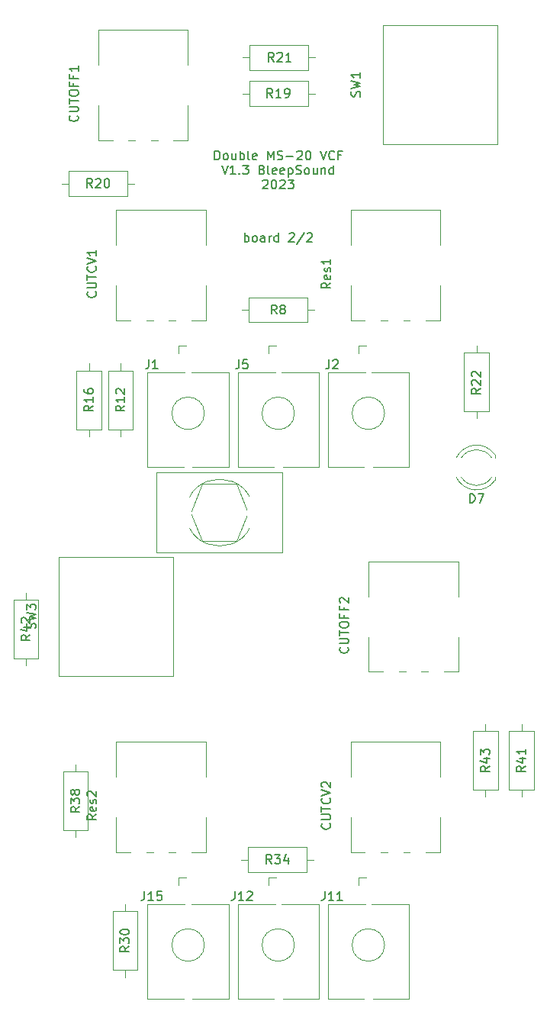
<source format=gto>
G04 #@! TF.GenerationSoftware,KiCad,Pcbnew,7.0.7-7.0.7~ubuntu22.04.1*
G04 #@! TF.CreationDate,2023-09-23T22:54:01+02:00*
G04 #@! TF.ProjectId,MS20-VCF,4d533230-2d56-4434-962e-6b696361645f,rev?*
G04 #@! TF.SameCoordinates,Original*
G04 #@! TF.FileFunction,Legend,Top*
G04 #@! TF.FilePolarity,Positive*
%FSLAX46Y46*%
G04 Gerber Fmt 4.6, Leading zero omitted, Abs format (unit mm)*
G04 Created by KiCad (PCBNEW 7.0.7-7.0.7~ubuntu22.04.1) date 2023-09-23 22:54:01*
%MOMM*%
%LPD*%
G01*
G04 APERTURE LIST*
%ADD10C,0.150000*%
%ADD11C,0.120000*%
%ADD12C,4.000000*%
%ADD13C,1.800000*%
%ADD14R,1.800000X1.800000*%
%ADD15R,1.930000X1.830000*%
%ADD16C,2.130000*%
%ADD17C,1.600000*%
%ADD18O,1.600000X1.600000*%
%ADD19O,3.700000X2.400000*%
%ADD20O,3.200000X5.000000*%
%ADD21R,1.700000X1.700000*%
%ADD22O,1.700000X1.700000*%
G04 APERTURE END LIST*
D10*
X121261904Y-61454819D02*
X121261904Y-60454819D01*
X121261904Y-60835771D02*
X121357142Y-60788152D01*
X121357142Y-60788152D02*
X121547618Y-60788152D01*
X121547618Y-60788152D02*
X121642856Y-60835771D01*
X121642856Y-60835771D02*
X121690475Y-60883390D01*
X121690475Y-60883390D02*
X121738094Y-60978628D01*
X121738094Y-60978628D02*
X121738094Y-61264342D01*
X121738094Y-61264342D02*
X121690475Y-61359580D01*
X121690475Y-61359580D02*
X121642856Y-61407200D01*
X121642856Y-61407200D02*
X121547618Y-61454819D01*
X121547618Y-61454819D02*
X121357142Y-61454819D01*
X121357142Y-61454819D02*
X121261904Y-61407200D01*
X122309523Y-61454819D02*
X122214285Y-61407200D01*
X122214285Y-61407200D02*
X122166666Y-61359580D01*
X122166666Y-61359580D02*
X122119047Y-61264342D01*
X122119047Y-61264342D02*
X122119047Y-60978628D01*
X122119047Y-60978628D02*
X122166666Y-60883390D01*
X122166666Y-60883390D02*
X122214285Y-60835771D01*
X122214285Y-60835771D02*
X122309523Y-60788152D01*
X122309523Y-60788152D02*
X122452380Y-60788152D01*
X122452380Y-60788152D02*
X122547618Y-60835771D01*
X122547618Y-60835771D02*
X122595237Y-60883390D01*
X122595237Y-60883390D02*
X122642856Y-60978628D01*
X122642856Y-60978628D02*
X122642856Y-61264342D01*
X122642856Y-61264342D02*
X122595237Y-61359580D01*
X122595237Y-61359580D02*
X122547618Y-61407200D01*
X122547618Y-61407200D02*
X122452380Y-61454819D01*
X122452380Y-61454819D02*
X122309523Y-61454819D01*
X123499999Y-61454819D02*
X123499999Y-60931009D01*
X123499999Y-60931009D02*
X123452380Y-60835771D01*
X123452380Y-60835771D02*
X123357142Y-60788152D01*
X123357142Y-60788152D02*
X123166666Y-60788152D01*
X123166666Y-60788152D02*
X123071428Y-60835771D01*
X123499999Y-61407200D02*
X123404761Y-61454819D01*
X123404761Y-61454819D02*
X123166666Y-61454819D01*
X123166666Y-61454819D02*
X123071428Y-61407200D01*
X123071428Y-61407200D02*
X123023809Y-61311961D01*
X123023809Y-61311961D02*
X123023809Y-61216723D01*
X123023809Y-61216723D02*
X123071428Y-61121485D01*
X123071428Y-61121485D02*
X123166666Y-61073866D01*
X123166666Y-61073866D02*
X123404761Y-61073866D01*
X123404761Y-61073866D02*
X123499999Y-61026247D01*
X123976190Y-61454819D02*
X123976190Y-60788152D01*
X123976190Y-60978628D02*
X124023809Y-60883390D01*
X124023809Y-60883390D02*
X124071428Y-60835771D01*
X124071428Y-60835771D02*
X124166666Y-60788152D01*
X124166666Y-60788152D02*
X124261904Y-60788152D01*
X125023809Y-61454819D02*
X125023809Y-60454819D01*
X125023809Y-61407200D02*
X124928571Y-61454819D01*
X124928571Y-61454819D02*
X124738095Y-61454819D01*
X124738095Y-61454819D02*
X124642857Y-61407200D01*
X124642857Y-61407200D02*
X124595238Y-61359580D01*
X124595238Y-61359580D02*
X124547619Y-61264342D01*
X124547619Y-61264342D02*
X124547619Y-60978628D01*
X124547619Y-60978628D02*
X124595238Y-60883390D01*
X124595238Y-60883390D02*
X124642857Y-60835771D01*
X124642857Y-60835771D02*
X124738095Y-60788152D01*
X124738095Y-60788152D02*
X124928571Y-60788152D01*
X124928571Y-60788152D02*
X125023809Y-60835771D01*
X126214286Y-60550057D02*
X126261905Y-60502438D01*
X126261905Y-60502438D02*
X126357143Y-60454819D01*
X126357143Y-60454819D02*
X126595238Y-60454819D01*
X126595238Y-60454819D02*
X126690476Y-60502438D01*
X126690476Y-60502438D02*
X126738095Y-60550057D01*
X126738095Y-60550057D02*
X126785714Y-60645295D01*
X126785714Y-60645295D02*
X126785714Y-60740533D01*
X126785714Y-60740533D02*
X126738095Y-60883390D01*
X126738095Y-60883390D02*
X126166667Y-61454819D01*
X126166667Y-61454819D02*
X126785714Y-61454819D01*
X127928571Y-60407200D02*
X127071429Y-61692914D01*
X128214286Y-60550057D02*
X128261905Y-60502438D01*
X128261905Y-60502438D02*
X128357143Y-60454819D01*
X128357143Y-60454819D02*
X128595238Y-60454819D01*
X128595238Y-60454819D02*
X128690476Y-60502438D01*
X128690476Y-60502438D02*
X128738095Y-60550057D01*
X128738095Y-60550057D02*
X128785714Y-60645295D01*
X128785714Y-60645295D02*
X128785714Y-60740533D01*
X128785714Y-60740533D02*
X128738095Y-60883390D01*
X128738095Y-60883390D02*
X128166667Y-61454819D01*
X128166667Y-61454819D02*
X128785714Y-61454819D01*
X117952380Y-52344819D02*
X117952380Y-51344819D01*
X117952380Y-51344819D02*
X118190475Y-51344819D01*
X118190475Y-51344819D02*
X118333332Y-51392438D01*
X118333332Y-51392438D02*
X118428570Y-51487676D01*
X118428570Y-51487676D02*
X118476189Y-51582914D01*
X118476189Y-51582914D02*
X118523808Y-51773390D01*
X118523808Y-51773390D02*
X118523808Y-51916247D01*
X118523808Y-51916247D02*
X118476189Y-52106723D01*
X118476189Y-52106723D02*
X118428570Y-52201961D01*
X118428570Y-52201961D02*
X118333332Y-52297200D01*
X118333332Y-52297200D02*
X118190475Y-52344819D01*
X118190475Y-52344819D02*
X117952380Y-52344819D01*
X119095237Y-52344819D02*
X118999999Y-52297200D01*
X118999999Y-52297200D02*
X118952380Y-52249580D01*
X118952380Y-52249580D02*
X118904761Y-52154342D01*
X118904761Y-52154342D02*
X118904761Y-51868628D01*
X118904761Y-51868628D02*
X118952380Y-51773390D01*
X118952380Y-51773390D02*
X118999999Y-51725771D01*
X118999999Y-51725771D02*
X119095237Y-51678152D01*
X119095237Y-51678152D02*
X119238094Y-51678152D01*
X119238094Y-51678152D02*
X119333332Y-51725771D01*
X119333332Y-51725771D02*
X119380951Y-51773390D01*
X119380951Y-51773390D02*
X119428570Y-51868628D01*
X119428570Y-51868628D02*
X119428570Y-52154342D01*
X119428570Y-52154342D02*
X119380951Y-52249580D01*
X119380951Y-52249580D02*
X119333332Y-52297200D01*
X119333332Y-52297200D02*
X119238094Y-52344819D01*
X119238094Y-52344819D02*
X119095237Y-52344819D01*
X120285713Y-51678152D02*
X120285713Y-52344819D01*
X119857142Y-51678152D02*
X119857142Y-52201961D01*
X119857142Y-52201961D02*
X119904761Y-52297200D01*
X119904761Y-52297200D02*
X119999999Y-52344819D01*
X119999999Y-52344819D02*
X120142856Y-52344819D01*
X120142856Y-52344819D02*
X120238094Y-52297200D01*
X120238094Y-52297200D02*
X120285713Y-52249580D01*
X120761904Y-52344819D02*
X120761904Y-51344819D01*
X120761904Y-51725771D02*
X120857142Y-51678152D01*
X120857142Y-51678152D02*
X121047618Y-51678152D01*
X121047618Y-51678152D02*
X121142856Y-51725771D01*
X121142856Y-51725771D02*
X121190475Y-51773390D01*
X121190475Y-51773390D02*
X121238094Y-51868628D01*
X121238094Y-51868628D02*
X121238094Y-52154342D01*
X121238094Y-52154342D02*
X121190475Y-52249580D01*
X121190475Y-52249580D02*
X121142856Y-52297200D01*
X121142856Y-52297200D02*
X121047618Y-52344819D01*
X121047618Y-52344819D02*
X120857142Y-52344819D01*
X120857142Y-52344819D02*
X120761904Y-52297200D01*
X121809523Y-52344819D02*
X121714285Y-52297200D01*
X121714285Y-52297200D02*
X121666666Y-52201961D01*
X121666666Y-52201961D02*
X121666666Y-51344819D01*
X122571428Y-52297200D02*
X122476190Y-52344819D01*
X122476190Y-52344819D02*
X122285714Y-52344819D01*
X122285714Y-52344819D02*
X122190476Y-52297200D01*
X122190476Y-52297200D02*
X122142857Y-52201961D01*
X122142857Y-52201961D02*
X122142857Y-51821009D01*
X122142857Y-51821009D02*
X122190476Y-51725771D01*
X122190476Y-51725771D02*
X122285714Y-51678152D01*
X122285714Y-51678152D02*
X122476190Y-51678152D01*
X122476190Y-51678152D02*
X122571428Y-51725771D01*
X122571428Y-51725771D02*
X122619047Y-51821009D01*
X122619047Y-51821009D02*
X122619047Y-51916247D01*
X122619047Y-51916247D02*
X122142857Y-52011485D01*
X123809524Y-52344819D02*
X123809524Y-51344819D01*
X123809524Y-51344819D02*
X124142857Y-52059104D01*
X124142857Y-52059104D02*
X124476190Y-51344819D01*
X124476190Y-51344819D02*
X124476190Y-52344819D01*
X124904762Y-52297200D02*
X125047619Y-52344819D01*
X125047619Y-52344819D02*
X125285714Y-52344819D01*
X125285714Y-52344819D02*
X125380952Y-52297200D01*
X125380952Y-52297200D02*
X125428571Y-52249580D01*
X125428571Y-52249580D02*
X125476190Y-52154342D01*
X125476190Y-52154342D02*
X125476190Y-52059104D01*
X125476190Y-52059104D02*
X125428571Y-51963866D01*
X125428571Y-51963866D02*
X125380952Y-51916247D01*
X125380952Y-51916247D02*
X125285714Y-51868628D01*
X125285714Y-51868628D02*
X125095238Y-51821009D01*
X125095238Y-51821009D02*
X125000000Y-51773390D01*
X125000000Y-51773390D02*
X124952381Y-51725771D01*
X124952381Y-51725771D02*
X124904762Y-51630533D01*
X124904762Y-51630533D02*
X124904762Y-51535295D01*
X124904762Y-51535295D02*
X124952381Y-51440057D01*
X124952381Y-51440057D02*
X125000000Y-51392438D01*
X125000000Y-51392438D02*
X125095238Y-51344819D01*
X125095238Y-51344819D02*
X125333333Y-51344819D01*
X125333333Y-51344819D02*
X125476190Y-51392438D01*
X125904762Y-51963866D02*
X126666667Y-51963866D01*
X127095238Y-51440057D02*
X127142857Y-51392438D01*
X127142857Y-51392438D02*
X127238095Y-51344819D01*
X127238095Y-51344819D02*
X127476190Y-51344819D01*
X127476190Y-51344819D02*
X127571428Y-51392438D01*
X127571428Y-51392438D02*
X127619047Y-51440057D01*
X127619047Y-51440057D02*
X127666666Y-51535295D01*
X127666666Y-51535295D02*
X127666666Y-51630533D01*
X127666666Y-51630533D02*
X127619047Y-51773390D01*
X127619047Y-51773390D02*
X127047619Y-52344819D01*
X127047619Y-52344819D02*
X127666666Y-52344819D01*
X128285714Y-51344819D02*
X128380952Y-51344819D01*
X128380952Y-51344819D02*
X128476190Y-51392438D01*
X128476190Y-51392438D02*
X128523809Y-51440057D01*
X128523809Y-51440057D02*
X128571428Y-51535295D01*
X128571428Y-51535295D02*
X128619047Y-51725771D01*
X128619047Y-51725771D02*
X128619047Y-51963866D01*
X128619047Y-51963866D02*
X128571428Y-52154342D01*
X128571428Y-52154342D02*
X128523809Y-52249580D01*
X128523809Y-52249580D02*
X128476190Y-52297200D01*
X128476190Y-52297200D02*
X128380952Y-52344819D01*
X128380952Y-52344819D02*
X128285714Y-52344819D01*
X128285714Y-52344819D02*
X128190476Y-52297200D01*
X128190476Y-52297200D02*
X128142857Y-52249580D01*
X128142857Y-52249580D02*
X128095238Y-52154342D01*
X128095238Y-52154342D02*
X128047619Y-51963866D01*
X128047619Y-51963866D02*
X128047619Y-51725771D01*
X128047619Y-51725771D02*
X128095238Y-51535295D01*
X128095238Y-51535295D02*
X128142857Y-51440057D01*
X128142857Y-51440057D02*
X128190476Y-51392438D01*
X128190476Y-51392438D02*
X128285714Y-51344819D01*
X129666667Y-51344819D02*
X130000000Y-52344819D01*
X130000000Y-52344819D02*
X130333333Y-51344819D01*
X131238095Y-52249580D02*
X131190476Y-52297200D01*
X131190476Y-52297200D02*
X131047619Y-52344819D01*
X131047619Y-52344819D02*
X130952381Y-52344819D01*
X130952381Y-52344819D02*
X130809524Y-52297200D01*
X130809524Y-52297200D02*
X130714286Y-52201961D01*
X130714286Y-52201961D02*
X130666667Y-52106723D01*
X130666667Y-52106723D02*
X130619048Y-51916247D01*
X130619048Y-51916247D02*
X130619048Y-51773390D01*
X130619048Y-51773390D02*
X130666667Y-51582914D01*
X130666667Y-51582914D02*
X130714286Y-51487676D01*
X130714286Y-51487676D02*
X130809524Y-51392438D01*
X130809524Y-51392438D02*
X130952381Y-51344819D01*
X130952381Y-51344819D02*
X131047619Y-51344819D01*
X131047619Y-51344819D02*
X131190476Y-51392438D01*
X131190476Y-51392438D02*
X131238095Y-51440057D01*
X132000000Y-51821009D02*
X131666667Y-51821009D01*
X131666667Y-52344819D02*
X131666667Y-51344819D01*
X131666667Y-51344819D02*
X132142857Y-51344819D01*
X118738095Y-52954819D02*
X119071428Y-53954819D01*
X119071428Y-53954819D02*
X119404761Y-52954819D01*
X120261904Y-53954819D02*
X119690476Y-53954819D01*
X119976190Y-53954819D02*
X119976190Y-52954819D01*
X119976190Y-52954819D02*
X119880952Y-53097676D01*
X119880952Y-53097676D02*
X119785714Y-53192914D01*
X119785714Y-53192914D02*
X119690476Y-53240533D01*
X120690476Y-53859580D02*
X120738095Y-53907200D01*
X120738095Y-53907200D02*
X120690476Y-53954819D01*
X120690476Y-53954819D02*
X120642857Y-53907200D01*
X120642857Y-53907200D02*
X120690476Y-53859580D01*
X120690476Y-53859580D02*
X120690476Y-53954819D01*
X121071428Y-52954819D02*
X121690475Y-52954819D01*
X121690475Y-52954819D02*
X121357142Y-53335771D01*
X121357142Y-53335771D02*
X121499999Y-53335771D01*
X121499999Y-53335771D02*
X121595237Y-53383390D01*
X121595237Y-53383390D02*
X121642856Y-53431009D01*
X121642856Y-53431009D02*
X121690475Y-53526247D01*
X121690475Y-53526247D02*
X121690475Y-53764342D01*
X121690475Y-53764342D02*
X121642856Y-53859580D01*
X121642856Y-53859580D02*
X121595237Y-53907200D01*
X121595237Y-53907200D02*
X121499999Y-53954819D01*
X121499999Y-53954819D02*
X121214285Y-53954819D01*
X121214285Y-53954819D02*
X121119047Y-53907200D01*
X121119047Y-53907200D02*
X121071428Y-53859580D01*
X123214285Y-53431009D02*
X123357142Y-53478628D01*
X123357142Y-53478628D02*
X123404761Y-53526247D01*
X123404761Y-53526247D02*
X123452380Y-53621485D01*
X123452380Y-53621485D02*
X123452380Y-53764342D01*
X123452380Y-53764342D02*
X123404761Y-53859580D01*
X123404761Y-53859580D02*
X123357142Y-53907200D01*
X123357142Y-53907200D02*
X123261904Y-53954819D01*
X123261904Y-53954819D02*
X122880952Y-53954819D01*
X122880952Y-53954819D02*
X122880952Y-52954819D01*
X122880952Y-52954819D02*
X123214285Y-52954819D01*
X123214285Y-52954819D02*
X123309523Y-53002438D01*
X123309523Y-53002438D02*
X123357142Y-53050057D01*
X123357142Y-53050057D02*
X123404761Y-53145295D01*
X123404761Y-53145295D02*
X123404761Y-53240533D01*
X123404761Y-53240533D02*
X123357142Y-53335771D01*
X123357142Y-53335771D02*
X123309523Y-53383390D01*
X123309523Y-53383390D02*
X123214285Y-53431009D01*
X123214285Y-53431009D02*
X122880952Y-53431009D01*
X124023809Y-53954819D02*
X123928571Y-53907200D01*
X123928571Y-53907200D02*
X123880952Y-53811961D01*
X123880952Y-53811961D02*
X123880952Y-52954819D01*
X124785714Y-53907200D02*
X124690476Y-53954819D01*
X124690476Y-53954819D02*
X124500000Y-53954819D01*
X124500000Y-53954819D02*
X124404762Y-53907200D01*
X124404762Y-53907200D02*
X124357143Y-53811961D01*
X124357143Y-53811961D02*
X124357143Y-53431009D01*
X124357143Y-53431009D02*
X124404762Y-53335771D01*
X124404762Y-53335771D02*
X124500000Y-53288152D01*
X124500000Y-53288152D02*
X124690476Y-53288152D01*
X124690476Y-53288152D02*
X124785714Y-53335771D01*
X124785714Y-53335771D02*
X124833333Y-53431009D01*
X124833333Y-53431009D02*
X124833333Y-53526247D01*
X124833333Y-53526247D02*
X124357143Y-53621485D01*
X125642857Y-53907200D02*
X125547619Y-53954819D01*
X125547619Y-53954819D02*
X125357143Y-53954819D01*
X125357143Y-53954819D02*
X125261905Y-53907200D01*
X125261905Y-53907200D02*
X125214286Y-53811961D01*
X125214286Y-53811961D02*
X125214286Y-53431009D01*
X125214286Y-53431009D02*
X125261905Y-53335771D01*
X125261905Y-53335771D02*
X125357143Y-53288152D01*
X125357143Y-53288152D02*
X125547619Y-53288152D01*
X125547619Y-53288152D02*
X125642857Y-53335771D01*
X125642857Y-53335771D02*
X125690476Y-53431009D01*
X125690476Y-53431009D02*
X125690476Y-53526247D01*
X125690476Y-53526247D02*
X125214286Y-53621485D01*
X126119048Y-53288152D02*
X126119048Y-54288152D01*
X126119048Y-53335771D02*
X126214286Y-53288152D01*
X126214286Y-53288152D02*
X126404762Y-53288152D01*
X126404762Y-53288152D02*
X126500000Y-53335771D01*
X126500000Y-53335771D02*
X126547619Y-53383390D01*
X126547619Y-53383390D02*
X126595238Y-53478628D01*
X126595238Y-53478628D02*
X126595238Y-53764342D01*
X126595238Y-53764342D02*
X126547619Y-53859580D01*
X126547619Y-53859580D02*
X126500000Y-53907200D01*
X126500000Y-53907200D02*
X126404762Y-53954819D01*
X126404762Y-53954819D02*
X126214286Y-53954819D01*
X126214286Y-53954819D02*
X126119048Y-53907200D01*
X126976191Y-53907200D02*
X127119048Y-53954819D01*
X127119048Y-53954819D02*
X127357143Y-53954819D01*
X127357143Y-53954819D02*
X127452381Y-53907200D01*
X127452381Y-53907200D02*
X127500000Y-53859580D01*
X127500000Y-53859580D02*
X127547619Y-53764342D01*
X127547619Y-53764342D02*
X127547619Y-53669104D01*
X127547619Y-53669104D02*
X127500000Y-53573866D01*
X127500000Y-53573866D02*
X127452381Y-53526247D01*
X127452381Y-53526247D02*
X127357143Y-53478628D01*
X127357143Y-53478628D02*
X127166667Y-53431009D01*
X127166667Y-53431009D02*
X127071429Y-53383390D01*
X127071429Y-53383390D02*
X127023810Y-53335771D01*
X127023810Y-53335771D02*
X126976191Y-53240533D01*
X126976191Y-53240533D02*
X126976191Y-53145295D01*
X126976191Y-53145295D02*
X127023810Y-53050057D01*
X127023810Y-53050057D02*
X127071429Y-53002438D01*
X127071429Y-53002438D02*
X127166667Y-52954819D01*
X127166667Y-52954819D02*
X127404762Y-52954819D01*
X127404762Y-52954819D02*
X127547619Y-53002438D01*
X128119048Y-53954819D02*
X128023810Y-53907200D01*
X128023810Y-53907200D02*
X127976191Y-53859580D01*
X127976191Y-53859580D02*
X127928572Y-53764342D01*
X127928572Y-53764342D02*
X127928572Y-53478628D01*
X127928572Y-53478628D02*
X127976191Y-53383390D01*
X127976191Y-53383390D02*
X128023810Y-53335771D01*
X128023810Y-53335771D02*
X128119048Y-53288152D01*
X128119048Y-53288152D02*
X128261905Y-53288152D01*
X128261905Y-53288152D02*
X128357143Y-53335771D01*
X128357143Y-53335771D02*
X128404762Y-53383390D01*
X128404762Y-53383390D02*
X128452381Y-53478628D01*
X128452381Y-53478628D02*
X128452381Y-53764342D01*
X128452381Y-53764342D02*
X128404762Y-53859580D01*
X128404762Y-53859580D02*
X128357143Y-53907200D01*
X128357143Y-53907200D02*
X128261905Y-53954819D01*
X128261905Y-53954819D02*
X128119048Y-53954819D01*
X129309524Y-53288152D02*
X129309524Y-53954819D01*
X128880953Y-53288152D02*
X128880953Y-53811961D01*
X128880953Y-53811961D02*
X128928572Y-53907200D01*
X128928572Y-53907200D02*
X129023810Y-53954819D01*
X129023810Y-53954819D02*
X129166667Y-53954819D01*
X129166667Y-53954819D02*
X129261905Y-53907200D01*
X129261905Y-53907200D02*
X129309524Y-53859580D01*
X129785715Y-53288152D02*
X129785715Y-53954819D01*
X129785715Y-53383390D02*
X129833334Y-53335771D01*
X129833334Y-53335771D02*
X129928572Y-53288152D01*
X129928572Y-53288152D02*
X130071429Y-53288152D01*
X130071429Y-53288152D02*
X130166667Y-53335771D01*
X130166667Y-53335771D02*
X130214286Y-53431009D01*
X130214286Y-53431009D02*
X130214286Y-53954819D01*
X131119048Y-53954819D02*
X131119048Y-52954819D01*
X131119048Y-53907200D02*
X131023810Y-53954819D01*
X131023810Y-53954819D02*
X130833334Y-53954819D01*
X130833334Y-53954819D02*
X130738096Y-53907200D01*
X130738096Y-53907200D02*
X130690477Y-53859580D01*
X130690477Y-53859580D02*
X130642858Y-53764342D01*
X130642858Y-53764342D02*
X130642858Y-53478628D01*
X130642858Y-53478628D02*
X130690477Y-53383390D01*
X130690477Y-53383390D02*
X130738096Y-53335771D01*
X130738096Y-53335771D02*
X130833334Y-53288152D01*
X130833334Y-53288152D02*
X131023810Y-53288152D01*
X131023810Y-53288152D02*
X131119048Y-53335771D01*
X123285714Y-54660057D02*
X123333333Y-54612438D01*
X123333333Y-54612438D02*
X123428571Y-54564819D01*
X123428571Y-54564819D02*
X123666666Y-54564819D01*
X123666666Y-54564819D02*
X123761904Y-54612438D01*
X123761904Y-54612438D02*
X123809523Y-54660057D01*
X123809523Y-54660057D02*
X123857142Y-54755295D01*
X123857142Y-54755295D02*
X123857142Y-54850533D01*
X123857142Y-54850533D02*
X123809523Y-54993390D01*
X123809523Y-54993390D02*
X123238095Y-55564819D01*
X123238095Y-55564819D02*
X123857142Y-55564819D01*
X124476190Y-54564819D02*
X124571428Y-54564819D01*
X124571428Y-54564819D02*
X124666666Y-54612438D01*
X124666666Y-54612438D02*
X124714285Y-54660057D01*
X124714285Y-54660057D02*
X124761904Y-54755295D01*
X124761904Y-54755295D02*
X124809523Y-54945771D01*
X124809523Y-54945771D02*
X124809523Y-55183866D01*
X124809523Y-55183866D02*
X124761904Y-55374342D01*
X124761904Y-55374342D02*
X124714285Y-55469580D01*
X124714285Y-55469580D02*
X124666666Y-55517200D01*
X124666666Y-55517200D02*
X124571428Y-55564819D01*
X124571428Y-55564819D02*
X124476190Y-55564819D01*
X124476190Y-55564819D02*
X124380952Y-55517200D01*
X124380952Y-55517200D02*
X124333333Y-55469580D01*
X124333333Y-55469580D02*
X124285714Y-55374342D01*
X124285714Y-55374342D02*
X124238095Y-55183866D01*
X124238095Y-55183866D02*
X124238095Y-54945771D01*
X124238095Y-54945771D02*
X124285714Y-54755295D01*
X124285714Y-54755295D02*
X124333333Y-54660057D01*
X124333333Y-54660057D02*
X124380952Y-54612438D01*
X124380952Y-54612438D02*
X124476190Y-54564819D01*
X125190476Y-54660057D02*
X125238095Y-54612438D01*
X125238095Y-54612438D02*
X125333333Y-54564819D01*
X125333333Y-54564819D02*
X125571428Y-54564819D01*
X125571428Y-54564819D02*
X125666666Y-54612438D01*
X125666666Y-54612438D02*
X125714285Y-54660057D01*
X125714285Y-54660057D02*
X125761904Y-54755295D01*
X125761904Y-54755295D02*
X125761904Y-54850533D01*
X125761904Y-54850533D02*
X125714285Y-54993390D01*
X125714285Y-54993390D02*
X125142857Y-55564819D01*
X125142857Y-55564819D02*
X125761904Y-55564819D01*
X126095238Y-54564819D02*
X126714285Y-54564819D01*
X126714285Y-54564819D02*
X126380952Y-54945771D01*
X126380952Y-54945771D02*
X126523809Y-54945771D01*
X126523809Y-54945771D02*
X126619047Y-54993390D01*
X126619047Y-54993390D02*
X126666666Y-55041009D01*
X126666666Y-55041009D02*
X126714285Y-55136247D01*
X126714285Y-55136247D02*
X126714285Y-55374342D01*
X126714285Y-55374342D02*
X126666666Y-55469580D01*
X126666666Y-55469580D02*
X126619047Y-55517200D01*
X126619047Y-55517200D02*
X126523809Y-55564819D01*
X126523809Y-55564819D02*
X126238095Y-55564819D01*
X126238095Y-55564819D02*
X126142857Y-55517200D01*
X126142857Y-55517200D02*
X126095238Y-55469580D01*
X104709580Y-67000000D02*
X104757200Y-67047619D01*
X104757200Y-67047619D02*
X104804819Y-67190476D01*
X104804819Y-67190476D02*
X104804819Y-67285714D01*
X104804819Y-67285714D02*
X104757200Y-67428571D01*
X104757200Y-67428571D02*
X104661961Y-67523809D01*
X104661961Y-67523809D02*
X104566723Y-67571428D01*
X104566723Y-67571428D02*
X104376247Y-67619047D01*
X104376247Y-67619047D02*
X104233390Y-67619047D01*
X104233390Y-67619047D02*
X104042914Y-67571428D01*
X104042914Y-67571428D02*
X103947676Y-67523809D01*
X103947676Y-67523809D02*
X103852438Y-67428571D01*
X103852438Y-67428571D02*
X103804819Y-67285714D01*
X103804819Y-67285714D02*
X103804819Y-67190476D01*
X103804819Y-67190476D02*
X103852438Y-67047619D01*
X103852438Y-67047619D02*
X103900057Y-67000000D01*
X103804819Y-66571428D02*
X104614342Y-66571428D01*
X104614342Y-66571428D02*
X104709580Y-66523809D01*
X104709580Y-66523809D02*
X104757200Y-66476190D01*
X104757200Y-66476190D02*
X104804819Y-66380952D01*
X104804819Y-66380952D02*
X104804819Y-66190476D01*
X104804819Y-66190476D02*
X104757200Y-66095238D01*
X104757200Y-66095238D02*
X104709580Y-66047619D01*
X104709580Y-66047619D02*
X104614342Y-66000000D01*
X104614342Y-66000000D02*
X103804819Y-66000000D01*
X103804819Y-65666666D02*
X103804819Y-65095238D01*
X104804819Y-65380952D02*
X103804819Y-65380952D01*
X104709580Y-64190476D02*
X104757200Y-64238095D01*
X104757200Y-64238095D02*
X104804819Y-64380952D01*
X104804819Y-64380952D02*
X104804819Y-64476190D01*
X104804819Y-64476190D02*
X104757200Y-64619047D01*
X104757200Y-64619047D02*
X104661961Y-64714285D01*
X104661961Y-64714285D02*
X104566723Y-64761904D01*
X104566723Y-64761904D02*
X104376247Y-64809523D01*
X104376247Y-64809523D02*
X104233390Y-64809523D01*
X104233390Y-64809523D02*
X104042914Y-64761904D01*
X104042914Y-64761904D02*
X103947676Y-64714285D01*
X103947676Y-64714285D02*
X103852438Y-64619047D01*
X103852438Y-64619047D02*
X103804819Y-64476190D01*
X103804819Y-64476190D02*
X103804819Y-64380952D01*
X103804819Y-64380952D02*
X103852438Y-64238095D01*
X103852438Y-64238095D02*
X103900057Y-64190476D01*
X103804819Y-63904761D02*
X104804819Y-63571428D01*
X104804819Y-63571428D02*
X103804819Y-63238095D01*
X104804819Y-62380952D02*
X104804819Y-62952380D01*
X104804819Y-62666666D02*
X103804819Y-62666666D01*
X103804819Y-62666666D02*
X103947676Y-62761904D01*
X103947676Y-62761904D02*
X104042914Y-62857142D01*
X104042914Y-62857142D02*
X104090533Y-62952380D01*
X102709580Y-47452381D02*
X102757200Y-47500000D01*
X102757200Y-47500000D02*
X102804819Y-47642857D01*
X102804819Y-47642857D02*
X102804819Y-47738095D01*
X102804819Y-47738095D02*
X102757200Y-47880952D01*
X102757200Y-47880952D02*
X102661961Y-47976190D01*
X102661961Y-47976190D02*
X102566723Y-48023809D01*
X102566723Y-48023809D02*
X102376247Y-48071428D01*
X102376247Y-48071428D02*
X102233390Y-48071428D01*
X102233390Y-48071428D02*
X102042914Y-48023809D01*
X102042914Y-48023809D02*
X101947676Y-47976190D01*
X101947676Y-47976190D02*
X101852438Y-47880952D01*
X101852438Y-47880952D02*
X101804819Y-47738095D01*
X101804819Y-47738095D02*
X101804819Y-47642857D01*
X101804819Y-47642857D02*
X101852438Y-47500000D01*
X101852438Y-47500000D02*
X101900057Y-47452381D01*
X101804819Y-47023809D02*
X102614342Y-47023809D01*
X102614342Y-47023809D02*
X102709580Y-46976190D01*
X102709580Y-46976190D02*
X102757200Y-46928571D01*
X102757200Y-46928571D02*
X102804819Y-46833333D01*
X102804819Y-46833333D02*
X102804819Y-46642857D01*
X102804819Y-46642857D02*
X102757200Y-46547619D01*
X102757200Y-46547619D02*
X102709580Y-46500000D01*
X102709580Y-46500000D02*
X102614342Y-46452381D01*
X102614342Y-46452381D02*
X101804819Y-46452381D01*
X101804819Y-46119047D02*
X101804819Y-45547619D01*
X102804819Y-45833333D02*
X101804819Y-45833333D01*
X101804819Y-45023809D02*
X101804819Y-44833333D01*
X101804819Y-44833333D02*
X101852438Y-44738095D01*
X101852438Y-44738095D02*
X101947676Y-44642857D01*
X101947676Y-44642857D02*
X102138152Y-44595238D01*
X102138152Y-44595238D02*
X102471485Y-44595238D01*
X102471485Y-44595238D02*
X102661961Y-44642857D01*
X102661961Y-44642857D02*
X102757200Y-44738095D01*
X102757200Y-44738095D02*
X102804819Y-44833333D01*
X102804819Y-44833333D02*
X102804819Y-45023809D01*
X102804819Y-45023809D02*
X102757200Y-45119047D01*
X102757200Y-45119047D02*
X102661961Y-45214285D01*
X102661961Y-45214285D02*
X102471485Y-45261904D01*
X102471485Y-45261904D02*
X102138152Y-45261904D01*
X102138152Y-45261904D02*
X101947676Y-45214285D01*
X101947676Y-45214285D02*
X101852438Y-45119047D01*
X101852438Y-45119047D02*
X101804819Y-45023809D01*
X102281009Y-43833333D02*
X102281009Y-44166666D01*
X102804819Y-44166666D02*
X101804819Y-44166666D01*
X101804819Y-44166666D02*
X101804819Y-43690476D01*
X102281009Y-42976190D02*
X102281009Y-43309523D01*
X102804819Y-43309523D02*
X101804819Y-43309523D01*
X101804819Y-43309523D02*
X101804819Y-42833333D01*
X102804819Y-41928571D02*
X102804819Y-42499999D01*
X102804819Y-42214285D02*
X101804819Y-42214285D01*
X101804819Y-42214285D02*
X101947676Y-42309523D01*
X101947676Y-42309523D02*
X102042914Y-42404761D01*
X102042914Y-42404761D02*
X102090533Y-42499999D01*
X146266905Y-90414819D02*
X146266905Y-89414819D01*
X146266905Y-89414819D02*
X146505000Y-89414819D01*
X146505000Y-89414819D02*
X146647857Y-89462438D01*
X146647857Y-89462438D02*
X146743095Y-89557676D01*
X146743095Y-89557676D02*
X146790714Y-89652914D01*
X146790714Y-89652914D02*
X146838333Y-89843390D01*
X146838333Y-89843390D02*
X146838333Y-89986247D01*
X146838333Y-89986247D02*
X146790714Y-90176723D01*
X146790714Y-90176723D02*
X146743095Y-90271961D01*
X146743095Y-90271961D02*
X146647857Y-90367200D01*
X146647857Y-90367200D02*
X146505000Y-90414819D01*
X146505000Y-90414819D02*
X146266905Y-90414819D01*
X147171667Y-89414819D02*
X147838333Y-89414819D01*
X147838333Y-89414819D02*
X147409762Y-90414819D01*
X110636666Y-74534819D02*
X110636666Y-75249104D01*
X110636666Y-75249104D02*
X110589047Y-75391961D01*
X110589047Y-75391961D02*
X110493809Y-75487200D01*
X110493809Y-75487200D02*
X110350952Y-75534819D01*
X110350952Y-75534819D02*
X110255714Y-75534819D01*
X111636666Y-75534819D02*
X111065238Y-75534819D01*
X111350952Y-75534819D02*
X111350952Y-74534819D01*
X111350952Y-74534819D02*
X111255714Y-74677676D01*
X111255714Y-74677676D02*
X111160476Y-74772914D01*
X111160476Y-74772914D02*
X111065238Y-74820533D01*
X120636666Y-74534819D02*
X120636666Y-75249104D01*
X120636666Y-75249104D02*
X120589047Y-75391961D01*
X120589047Y-75391961D02*
X120493809Y-75487200D01*
X120493809Y-75487200D02*
X120350952Y-75534819D01*
X120350952Y-75534819D02*
X120255714Y-75534819D01*
X121589047Y-74534819D02*
X121112857Y-74534819D01*
X121112857Y-74534819D02*
X121065238Y-75011009D01*
X121065238Y-75011009D02*
X121112857Y-74963390D01*
X121112857Y-74963390D02*
X121208095Y-74915771D01*
X121208095Y-74915771D02*
X121446190Y-74915771D01*
X121446190Y-74915771D02*
X121541428Y-74963390D01*
X121541428Y-74963390D02*
X121589047Y-75011009D01*
X121589047Y-75011009D02*
X121636666Y-75106247D01*
X121636666Y-75106247D02*
X121636666Y-75344342D01*
X121636666Y-75344342D02*
X121589047Y-75439580D01*
X121589047Y-75439580D02*
X121541428Y-75487200D01*
X121541428Y-75487200D02*
X121446190Y-75534819D01*
X121446190Y-75534819D02*
X121208095Y-75534819D01*
X121208095Y-75534819D02*
X121112857Y-75487200D01*
X121112857Y-75487200D02*
X121065238Y-75439580D01*
X130636666Y-74534819D02*
X130636666Y-75249104D01*
X130636666Y-75249104D02*
X130589047Y-75391961D01*
X130589047Y-75391961D02*
X130493809Y-75487200D01*
X130493809Y-75487200D02*
X130350952Y-75534819D01*
X130350952Y-75534819D02*
X130255714Y-75534819D01*
X131065238Y-74630057D02*
X131112857Y-74582438D01*
X131112857Y-74582438D02*
X131208095Y-74534819D01*
X131208095Y-74534819D02*
X131446190Y-74534819D01*
X131446190Y-74534819D02*
X131541428Y-74582438D01*
X131541428Y-74582438D02*
X131589047Y-74630057D01*
X131589047Y-74630057D02*
X131636666Y-74725295D01*
X131636666Y-74725295D02*
X131636666Y-74820533D01*
X131636666Y-74820533D02*
X131589047Y-74963390D01*
X131589047Y-74963390D02*
X131017619Y-75534819D01*
X131017619Y-75534819D02*
X131636666Y-75534819D01*
X104454819Y-79642857D02*
X103978628Y-79976190D01*
X104454819Y-80214285D02*
X103454819Y-80214285D01*
X103454819Y-80214285D02*
X103454819Y-79833333D01*
X103454819Y-79833333D02*
X103502438Y-79738095D01*
X103502438Y-79738095D02*
X103550057Y-79690476D01*
X103550057Y-79690476D02*
X103645295Y-79642857D01*
X103645295Y-79642857D02*
X103788152Y-79642857D01*
X103788152Y-79642857D02*
X103883390Y-79690476D01*
X103883390Y-79690476D02*
X103931009Y-79738095D01*
X103931009Y-79738095D02*
X103978628Y-79833333D01*
X103978628Y-79833333D02*
X103978628Y-80214285D01*
X104454819Y-78690476D02*
X104454819Y-79261904D01*
X104454819Y-78976190D02*
X103454819Y-78976190D01*
X103454819Y-78976190D02*
X103597676Y-79071428D01*
X103597676Y-79071428D02*
X103692914Y-79166666D01*
X103692914Y-79166666D02*
X103740533Y-79261904D01*
X103454819Y-77833333D02*
X103454819Y-78023809D01*
X103454819Y-78023809D02*
X103502438Y-78119047D01*
X103502438Y-78119047D02*
X103550057Y-78166666D01*
X103550057Y-78166666D02*
X103692914Y-78261904D01*
X103692914Y-78261904D02*
X103883390Y-78309523D01*
X103883390Y-78309523D02*
X104264342Y-78309523D01*
X104264342Y-78309523D02*
X104359580Y-78261904D01*
X104359580Y-78261904D02*
X104407200Y-78214285D01*
X104407200Y-78214285D02*
X104454819Y-78119047D01*
X104454819Y-78119047D02*
X104454819Y-77928571D01*
X104454819Y-77928571D02*
X104407200Y-77833333D01*
X104407200Y-77833333D02*
X104359580Y-77785714D01*
X104359580Y-77785714D02*
X104264342Y-77738095D01*
X104264342Y-77738095D02*
X104026247Y-77738095D01*
X104026247Y-77738095D02*
X103931009Y-77785714D01*
X103931009Y-77785714D02*
X103883390Y-77833333D01*
X103883390Y-77833333D02*
X103835771Y-77928571D01*
X103835771Y-77928571D02*
X103835771Y-78119047D01*
X103835771Y-78119047D02*
X103883390Y-78214285D01*
X103883390Y-78214285D02*
X103931009Y-78261904D01*
X103931009Y-78261904D02*
X104026247Y-78309523D01*
X104357142Y-55454819D02*
X104023809Y-54978628D01*
X103785714Y-55454819D02*
X103785714Y-54454819D01*
X103785714Y-54454819D02*
X104166666Y-54454819D01*
X104166666Y-54454819D02*
X104261904Y-54502438D01*
X104261904Y-54502438D02*
X104309523Y-54550057D01*
X104309523Y-54550057D02*
X104357142Y-54645295D01*
X104357142Y-54645295D02*
X104357142Y-54788152D01*
X104357142Y-54788152D02*
X104309523Y-54883390D01*
X104309523Y-54883390D02*
X104261904Y-54931009D01*
X104261904Y-54931009D02*
X104166666Y-54978628D01*
X104166666Y-54978628D02*
X103785714Y-54978628D01*
X104738095Y-54550057D02*
X104785714Y-54502438D01*
X104785714Y-54502438D02*
X104880952Y-54454819D01*
X104880952Y-54454819D02*
X105119047Y-54454819D01*
X105119047Y-54454819D02*
X105214285Y-54502438D01*
X105214285Y-54502438D02*
X105261904Y-54550057D01*
X105261904Y-54550057D02*
X105309523Y-54645295D01*
X105309523Y-54645295D02*
X105309523Y-54740533D01*
X105309523Y-54740533D02*
X105261904Y-54883390D01*
X105261904Y-54883390D02*
X104690476Y-55454819D01*
X104690476Y-55454819D02*
X105309523Y-55454819D01*
X105928571Y-54454819D02*
X106023809Y-54454819D01*
X106023809Y-54454819D02*
X106119047Y-54502438D01*
X106119047Y-54502438D02*
X106166666Y-54550057D01*
X106166666Y-54550057D02*
X106214285Y-54645295D01*
X106214285Y-54645295D02*
X106261904Y-54835771D01*
X106261904Y-54835771D02*
X106261904Y-55073866D01*
X106261904Y-55073866D02*
X106214285Y-55264342D01*
X106214285Y-55264342D02*
X106166666Y-55359580D01*
X106166666Y-55359580D02*
X106119047Y-55407200D01*
X106119047Y-55407200D02*
X106023809Y-55454819D01*
X106023809Y-55454819D02*
X105928571Y-55454819D01*
X105928571Y-55454819D02*
X105833333Y-55407200D01*
X105833333Y-55407200D02*
X105785714Y-55359580D01*
X105785714Y-55359580D02*
X105738095Y-55264342D01*
X105738095Y-55264342D02*
X105690476Y-55073866D01*
X105690476Y-55073866D02*
X105690476Y-54835771D01*
X105690476Y-54835771D02*
X105738095Y-54645295D01*
X105738095Y-54645295D02*
X105785714Y-54550057D01*
X105785714Y-54550057D02*
X105833333Y-54502438D01*
X105833333Y-54502438D02*
X105928571Y-54454819D01*
X124357142Y-45454819D02*
X124023809Y-44978628D01*
X123785714Y-45454819D02*
X123785714Y-44454819D01*
X123785714Y-44454819D02*
X124166666Y-44454819D01*
X124166666Y-44454819D02*
X124261904Y-44502438D01*
X124261904Y-44502438D02*
X124309523Y-44550057D01*
X124309523Y-44550057D02*
X124357142Y-44645295D01*
X124357142Y-44645295D02*
X124357142Y-44788152D01*
X124357142Y-44788152D02*
X124309523Y-44883390D01*
X124309523Y-44883390D02*
X124261904Y-44931009D01*
X124261904Y-44931009D02*
X124166666Y-44978628D01*
X124166666Y-44978628D02*
X123785714Y-44978628D01*
X125309523Y-45454819D02*
X124738095Y-45454819D01*
X125023809Y-45454819D02*
X125023809Y-44454819D01*
X125023809Y-44454819D02*
X124928571Y-44597676D01*
X124928571Y-44597676D02*
X124833333Y-44692914D01*
X124833333Y-44692914D02*
X124738095Y-44740533D01*
X125785714Y-45454819D02*
X125976190Y-45454819D01*
X125976190Y-45454819D02*
X126071428Y-45407200D01*
X126071428Y-45407200D02*
X126119047Y-45359580D01*
X126119047Y-45359580D02*
X126214285Y-45216723D01*
X126214285Y-45216723D02*
X126261904Y-45026247D01*
X126261904Y-45026247D02*
X126261904Y-44645295D01*
X126261904Y-44645295D02*
X126214285Y-44550057D01*
X126214285Y-44550057D02*
X126166666Y-44502438D01*
X126166666Y-44502438D02*
X126071428Y-44454819D01*
X126071428Y-44454819D02*
X125880952Y-44454819D01*
X125880952Y-44454819D02*
X125785714Y-44502438D01*
X125785714Y-44502438D02*
X125738095Y-44550057D01*
X125738095Y-44550057D02*
X125690476Y-44645295D01*
X125690476Y-44645295D02*
X125690476Y-44883390D01*
X125690476Y-44883390D02*
X125738095Y-44978628D01*
X125738095Y-44978628D02*
X125785714Y-45026247D01*
X125785714Y-45026247D02*
X125880952Y-45073866D01*
X125880952Y-45073866D02*
X126071428Y-45073866D01*
X126071428Y-45073866D02*
X126166666Y-45026247D01*
X126166666Y-45026247D02*
X126214285Y-44978628D01*
X126214285Y-44978628D02*
X126261904Y-44883390D01*
X124517142Y-41454819D02*
X124183809Y-40978628D01*
X123945714Y-41454819D02*
X123945714Y-40454819D01*
X123945714Y-40454819D02*
X124326666Y-40454819D01*
X124326666Y-40454819D02*
X124421904Y-40502438D01*
X124421904Y-40502438D02*
X124469523Y-40550057D01*
X124469523Y-40550057D02*
X124517142Y-40645295D01*
X124517142Y-40645295D02*
X124517142Y-40788152D01*
X124517142Y-40788152D02*
X124469523Y-40883390D01*
X124469523Y-40883390D02*
X124421904Y-40931009D01*
X124421904Y-40931009D02*
X124326666Y-40978628D01*
X124326666Y-40978628D02*
X123945714Y-40978628D01*
X124898095Y-40550057D02*
X124945714Y-40502438D01*
X124945714Y-40502438D02*
X125040952Y-40454819D01*
X125040952Y-40454819D02*
X125279047Y-40454819D01*
X125279047Y-40454819D02*
X125374285Y-40502438D01*
X125374285Y-40502438D02*
X125421904Y-40550057D01*
X125421904Y-40550057D02*
X125469523Y-40645295D01*
X125469523Y-40645295D02*
X125469523Y-40740533D01*
X125469523Y-40740533D02*
X125421904Y-40883390D01*
X125421904Y-40883390D02*
X124850476Y-41454819D01*
X124850476Y-41454819D02*
X125469523Y-41454819D01*
X126421904Y-41454819D02*
X125850476Y-41454819D01*
X126136190Y-41454819D02*
X126136190Y-40454819D01*
X126136190Y-40454819D02*
X126040952Y-40597676D01*
X126040952Y-40597676D02*
X125945714Y-40692914D01*
X125945714Y-40692914D02*
X125850476Y-40740533D01*
X107954819Y-79642857D02*
X107478628Y-79976190D01*
X107954819Y-80214285D02*
X106954819Y-80214285D01*
X106954819Y-80214285D02*
X106954819Y-79833333D01*
X106954819Y-79833333D02*
X107002438Y-79738095D01*
X107002438Y-79738095D02*
X107050057Y-79690476D01*
X107050057Y-79690476D02*
X107145295Y-79642857D01*
X107145295Y-79642857D02*
X107288152Y-79642857D01*
X107288152Y-79642857D02*
X107383390Y-79690476D01*
X107383390Y-79690476D02*
X107431009Y-79738095D01*
X107431009Y-79738095D02*
X107478628Y-79833333D01*
X107478628Y-79833333D02*
X107478628Y-80214285D01*
X107954819Y-78690476D02*
X107954819Y-79261904D01*
X107954819Y-78976190D02*
X106954819Y-78976190D01*
X106954819Y-78976190D02*
X107097676Y-79071428D01*
X107097676Y-79071428D02*
X107192914Y-79166666D01*
X107192914Y-79166666D02*
X107240533Y-79261904D01*
X107050057Y-78309523D02*
X107002438Y-78261904D01*
X107002438Y-78261904D02*
X106954819Y-78166666D01*
X106954819Y-78166666D02*
X106954819Y-77928571D01*
X106954819Y-77928571D02*
X107002438Y-77833333D01*
X107002438Y-77833333D02*
X107050057Y-77785714D01*
X107050057Y-77785714D02*
X107145295Y-77738095D01*
X107145295Y-77738095D02*
X107240533Y-77738095D01*
X107240533Y-77738095D02*
X107383390Y-77785714D01*
X107383390Y-77785714D02*
X107954819Y-78357142D01*
X107954819Y-78357142D02*
X107954819Y-77738095D01*
X124833333Y-69454819D02*
X124500000Y-68978628D01*
X124261905Y-69454819D02*
X124261905Y-68454819D01*
X124261905Y-68454819D02*
X124642857Y-68454819D01*
X124642857Y-68454819D02*
X124738095Y-68502438D01*
X124738095Y-68502438D02*
X124785714Y-68550057D01*
X124785714Y-68550057D02*
X124833333Y-68645295D01*
X124833333Y-68645295D02*
X124833333Y-68788152D01*
X124833333Y-68788152D02*
X124785714Y-68883390D01*
X124785714Y-68883390D02*
X124738095Y-68931009D01*
X124738095Y-68931009D02*
X124642857Y-68978628D01*
X124642857Y-68978628D02*
X124261905Y-68978628D01*
X125404762Y-68883390D02*
X125309524Y-68835771D01*
X125309524Y-68835771D02*
X125261905Y-68788152D01*
X125261905Y-68788152D02*
X125214286Y-68692914D01*
X125214286Y-68692914D02*
X125214286Y-68645295D01*
X125214286Y-68645295D02*
X125261905Y-68550057D01*
X125261905Y-68550057D02*
X125309524Y-68502438D01*
X125309524Y-68502438D02*
X125404762Y-68454819D01*
X125404762Y-68454819D02*
X125595238Y-68454819D01*
X125595238Y-68454819D02*
X125690476Y-68502438D01*
X125690476Y-68502438D02*
X125738095Y-68550057D01*
X125738095Y-68550057D02*
X125785714Y-68645295D01*
X125785714Y-68645295D02*
X125785714Y-68692914D01*
X125785714Y-68692914D02*
X125738095Y-68788152D01*
X125738095Y-68788152D02*
X125690476Y-68835771D01*
X125690476Y-68835771D02*
X125595238Y-68883390D01*
X125595238Y-68883390D02*
X125404762Y-68883390D01*
X125404762Y-68883390D02*
X125309524Y-68931009D01*
X125309524Y-68931009D02*
X125261905Y-68978628D01*
X125261905Y-68978628D02*
X125214286Y-69073866D01*
X125214286Y-69073866D02*
X125214286Y-69264342D01*
X125214286Y-69264342D02*
X125261905Y-69359580D01*
X125261905Y-69359580D02*
X125309524Y-69407200D01*
X125309524Y-69407200D02*
X125404762Y-69454819D01*
X125404762Y-69454819D02*
X125595238Y-69454819D01*
X125595238Y-69454819D02*
X125690476Y-69407200D01*
X125690476Y-69407200D02*
X125738095Y-69359580D01*
X125738095Y-69359580D02*
X125785714Y-69264342D01*
X125785714Y-69264342D02*
X125785714Y-69073866D01*
X125785714Y-69073866D02*
X125738095Y-68978628D01*
X125738095Y-68978628D02*
X125690476Y-68931009D01*
X125690476Y-68931009D02*
X125595238Y-68883390D01*
X124277142Y-130454819D02*
X123943809Y-129978628D01*
X123705714Y-130454819D02*
X123705714Y-129454819D01*
X123705714Y-129454819D02*
X124086666Y-129454819D01*
X124086666Y-129454819D02*
X124181904Y-129502438D01*
X124181904Y-129502438D02*
X124229523Y-129550057D01*
X124229523Y-129550057D02*
X124277142Y-129645295D01*
X124277142Y-129645295D02*
X124277142Y-129788152D01*
X124277142Y-129788152D02*
X124229523Y-129883390D01*
X124229523Y-129883390D02*
X124181904Y-129931009D01*
X124181904Y-129931009D02*
X124086666Y-129978628D01*
X124086666Y-129978628D02*
X123705714Y-129978628D01*
X124610476Y-129454819D02*
X125229523Y-129454819D01*
X125229523Y-129454819D02*
X124896190Y-129835771D01*
X124896190Y-129835771D02*
X125039047Y-129835771D01*
X125039047Y-129835771D02*
X125134285Y-129883390D01*
X125134285Y-129883390D02*
X125181904Y-129931009D01*
X125181904Y-129931009D02*
X125229523Y-130026247D01*
X125229523Y-130026247D02*
X125229523Y-130264342D01*
X125229523Y-130264342D02*
X125181904Y-130359580D01*
X125181904Y-130359580D02*
X125134285Y-130407200D01*
X125134285Y-130407200D02*
X125039047Y-130454819D01*
X125039047Y-130454819D02*
X124753333Y-130454819D01*
X124753333Y-130454819D02*
X124658095Y-130407200D01*
X124658095Y-130407200D02*
X124610476Y-130359580D01*
X126086666Y-129788152D02*
X126086666Y-130454819D01*
X125848571Y-129407200D02*
X125610476Y-130121485D01*
X125610476Y-130121485D02*
X126229523Y-130121485D01*
X108454819Y-139642857D02*
X107978628Y-139976190D01*
X108454819Y-140214285D02*
X107454819Y-140214285D01*
X107454819Y-140214285D02*
X107454819Y-139833333D01*
X107454819Y-139833333D02*
X107502438Y-139738095D01*
X107502438Y-139738095D02*
X107550057Y-139690476D01*
X107550057Y-139690476D02*
X107645295Y-139642857D01*
X107645295Y-139642857D02*
X107788152Y-139642857D01*
X107788152Y-139642857D02*
X107883390Y-139690476D01*
X107883390Y-139690476D02*
X107931009Y-139738095D01*
X107931009Y-139738095D02*
X107978628Y-139833333D01*
X107978628Y-139833333D02*
X107978628Y-140214285D01*
X107454819Y-139309523D02*
X107454819Y-138690476D01*
X107454819Y-138690476D02*
X107835771Y-139023809D01*
X107835771Y-139023809D02*
X107835771Y-138880952D01*
X107835771Y-138880952D02*
X107883390Y-138785714D01*
X107883390Y-138785714D02*
X107931009Y-138738095D01*
X107931009Y-138738095D02*
X108026247Y-138690476D01*
X108026247Y-138690476D02*
X108264342Y-138690476D01*
X108264342Y-138690476D02*
X108359580Y-138738095D01*
X108359580Y-138738095D02*
X108407200Y-138785714D01*
X108407200Y-138785714D02*
X108454819Y-138880952D01*
X108454819Y-138880952D02*
X108454819Y-139166666D01*
X108454819Y-139166666D02*
X108407200Y-139261904D01*
X108407200Y-139261904D02*
X108359580Y-139309523D01*
X107454819Y-138071428D02*
X107454819Y-137976190D01*
X107454819Y-137976190D02*
X107502438Y-137880952D01*
X107502438Y-137880952D02*
X107550057Y-137833333D01*
X107550057Y-137833333D02*
X107645295Y-137785714D01*
X107645295Y-137785714D02*
X107835771Y-137738095D01*
X107835771Y-137738095D02*
X108073866Y-137738095D01*
X108073866Y-137738095D02*
X108264342Y-137785714D01*
X108264342Y-137785714D02*
X108359580Y-137833333D01*
X108359580Y-137833333D02*
X108407200Y-137880952D01*
X108407200Y-137880952D02*
X108454819Y-137976190D01*
X108454819Y-137976190D02*
X108454819Y-138071428D01*
X108454819Y-138071428D02*
X108407200Y-138166666D01*
X108407200Y-138166666D02*
X108359580Y-138214285D01*
X108359580Y-138214285D02*
X108264342Y-138261904D01*
X108264342Y-138261904D02*
X108073866Y-138309523D01*
X108073866Y-138309523D02*
X107835771Y-138309523D01*
X107835771Y-138309523D02*
X107645295Y-138261904D01*
X107645295Y-138261904D02*
X107550057Y-138214285D01*
X107550057Y-138214285D02*
X107502438Y-138166666D01*
X107502438Y-138166666D02*
X107454819Y-138071428D01*
X130804819Y-66000000D02*
X130328628Y-66333333D01*
X130804819Y-66571428D02*
X129804819Y-66571428D01*
X129804819Y-66571428D02*
X129804819Y-66190476D01*
X129804819Y-66190476D02*
X129852438Y-66095238D01*
X129852438Y-66095238D02*
X129900057Y-66047619D01*
X129900057Y-66047619D02*
X129995295Y-66000000D01*
X129995295Y-66000000D02*
X130138152Y-66000000D01*
X130138152Y-66000000D02*
X130233390Y-66047619D01*
X130233390Y-66047619D02*
X130281009Y-66095238D01*
X130281009Y-66095238D02*
X130328628Y-66190476D01*
X130328628Y-66190476D02*
X130328628Y-66571428D01*
X130757200Y-65190476D02*
X130804819Y-65285714D01*
X130804819Y-65285714D02*
X130804819Y-65476190D01*
X130804819Y-65476190D02*
X130757200Y-65571428D01*
X130757200Y-65571428D02*
X130661961Y-65619047D01*
X130661961Y-65619047D02*
X130281009Y-65619047D01*
X130281009Y-65619047D02*
X130185771Y-65571428D01*
X130185771Y-65571428D02*
X130138152Y-65476190D01*
X130138152Y-65476190D02*
X130138152Y-65285714D01*
X130138152Y-65285714D02*
X130185771Y-65190476D01*
X130185771Y-65190476D02*
X130281009Y-65142857D01*
X130281009Y-65142857D02*
X130376247Y-65142857D01*
X130376247Y-65142857D02*
X130471485Y-65619047D01*
X130757200Y-64761904D02*
X130804819Y-64666666D01*
X130804819Y-64666666D02*
X130804819Y-64476190D01*
X130804819Y-64476190D02*
X130757200Y-64380952D01*
X130757200Y-64380952D02*
X130661961Y-64333333D01*
X130661961Y-64333333D02*
X130614342Y-64333333D01*
X130614342Y-64333333D02*
X130519104Y-64380952D01*
X130519104Y-64380952D02*
X130471485Y-64476190D01*
X130471485Y-64476190D02*
X130471485Y-64619047D01*
X130471485Y-64619047D02*
X130423866Y-64714285D01*
X130423866Y-64714285D02*
X130328628Y-64761904D01*
X130328628Y-64761904D02*
X130281009Y-64761904D01*
X130281009Y-64761904D02*
X130185771Y-64714285D01*
X130185771Y-64714285D02*
X130138152Y-64619047D01*
X130138152Y-64619047D02*
X130138152Y-64476190D01*
X130138152Y-64476190D02*
X130185771Y-64380952D01*
X130804819Y-63380952D02*
X130804819Y-63952380D01*
X130804819Y-63666666D02*
X129804819Y-63666666D01*
X129804819Y-63666666D02*
X129947676Y-63761904D01*
X129947676Y-63761904D02*
X130042914Y-63857142D01*
X130042914Y-63857142D02*
X130090533Y-63952380D01*
X134057200Y-45333332D02*
X134104819Y-45190475D01*
X134104819Y-45190475D02*
X134104819Y-44952380D01*
X134104819Y-44952380D02*
X134057200Y-44857142D01*
X134057200Y-44857142D02*
X134009580Y-44809523D01*
X134009580Y-44809523D02*
X133914342Y-44761904D01*
X133914342Y-44761904D02*
X133819104Y-44761904D01*
X133819104Y-44761904D02*
X133723866Y-44809523D01*
X133723866Y-44809523D02*
X133676247Y-44857142D01*
X133676247Y-44857142D02*
X133628628Y-44952380D01*
X133628628Y-44952380D02*
X133581009Y-45142856D01*
X133581009Y-45142856D02*
X133533390Y-45238094D01*
X133533390Y-45238094D02*
X133485771Y-45285713D01*
X133485771Y-45285713D02*
X133390533Y-45333332D01*
X133390533Y-45333332D02*
X133295295Y-45333332D01*
X133295295Y-45333332D02*
X133200057Y-45285713D01*
X133200057Y-45285713D02*
X133152438Y-45238094D01*
X133152438Y-45238094D02*
X133104819Y-45142856D01*
X133104819Y-45142856D02*
X133104819Y-44904761D01*
X133104819Y-44904761D02*
X133152438Y-44761904D01*
X133104819Y-44428570D02*
X134104819Y-44190475D01*
X134104819Y-44190475D02*
X133390533Y-43999999D01*
X133390533Y-43999999D02*
X134104819Y-43809523D01*
X134104819Y-43809523D02*
X133104819Y-43571428D01*
X134104819Y-42666666D02*
X134104819Y-43238094D01*
X134104819Y-42952380D02*
X133104819Y-42952380D01*
X133104819Y-42952380D02*
X133247676Y-43047618D01*
X133247676Y-43047618D02*
X133342914Y-43142856D01*
X133342914Y-43142856D02*
X133390533Y-43238094D01*
X130160476Y-133534819D02*
X130160476Y-134249104D01*
X130160476Y-134249104D02*
X130112857Y-134391961D01*
X130112857Y-134391961D02*
X130017619Y-134487200D01*
X130017619Y-134487200D02*
X129874762Y-134534819D01*
X129874762Y-134534819D02*
X129779524Y-134534819D01*
X131160476Y-134534819D02*
X130589048Y-134534819D01*
X130874762Y-134534819D02*
X130874762Y-133534819D01*
X130874762Y-133534819D02*
X130779524Y-133677676D01*
X130779524Y-133677676D02*
X130684286Y-133772914D01*
X130684286Y-133772914D02*
X130589048Y-133820533D01*
X132112857Y-134534819D02*
X131541429Y-134534819D01*
X131827143Y-134534819D02*
X131827143Y-133534819D01*
X131827143Y-133534819D02*
X131731905Y-133677676D01*
X131731905Y-133677676D02*
X131636667Y-133772914D01*
X131636667Y-133772914D02*
X131541429Y-133820533D01*
X110160476Y-133534819D02*
X110160476Y-134249104D01*
X110160476Y-134249104D02*
X110112857Y-134391961D01*
X110112857Y-134391961D02*
X110017619Y-134487200D01*
X110017619Y-134487200D02*
X109874762Y-134534819D01*
X109874762Y-134534819D02*
X109779524Y-134534819D01*
X111160476Y-134534819D02*
X110589048Y-134534819D01*
X110874762Y-134534819D02*
X110874762Y-133534819D01*
X110874762Y-133534819D02*
X110779524Y-133677676D01*
X110779524Y-133677676D02*
X110684286Y-133772914D01*
X110684286Y-133772914D02*
X110589048Y-133820533D01*
X112065238Y-133534819D02*
X111589048Y-133534819D01*
X111589048Y-133534819D02*
X111541429Y-134011009D01*
X111541429Y-134011009D02*
X111589048Y-133963390D01*
X111589048Y-133963390D02*
X111684286Y-133915771D01*
X111684286Y-133915771D02*
X111922381Y-133915771D01*
X111922381Y-133915771D02*
X112017619Y-133963390D01*
X112017619Y-133963390D02*
X112065238Y-134011009D01*
X112065238Y-134011009D02*
X112112857Y-134106247D01*
X112112857Y-134106247D02*
X112112857Y-134344342D01*
X112112857Y-134344342D02*
X112065238Y-134439580D01*
X112065238Y-134439580D02*
X112017619Y-134487200D01*
X112017619Y-134487200D02*
X111922381Y-134534819D01*
X111922381Y-134534819D02*
X111684286Y-134534819D01*
X111684286Y-134534819D02*
X111589048Y-134487200D01*
X111589048Y-134487200D02*
X111541429Y-134439580D01*
X120160476Y-133534819D02*
X120160476Y-134249104D01*
X120160476Y-134249104D02*
X120112857Y-134391961D01*
X120112857Y-134391961D02*
X120017619Y-134487200D01*
X120017619Y-134487200D02*
X119874762Y-134534819D01*
X119874762Y-134534819D02*
X119779524Y-134534819D01*
X121160476Y-134534819D02*
X120589048Y-134534819D01*
X120874762Y-134534819D02*
X120874762Y-133534819D01*
X120874762Y-133534819D02*
X120779524Y-133677676D01*
X120779524Y-133677676D02*
X120684286Y-133772914D01*
X120684286Y-133772914D02*
X120589048Y-133820533D01*
X121541429Y-133630057D02*
X121589048Y-133582438D01*
X121589048Y-133582438D02*
X121684286Y-133534819D01*
X121684286Y-133534819D02*
X121922381Y-133534819D01*
X121922381Y-133534819D02*
X122017619Y-133582438D01*
X122017619Y-133582438D02*
X122065238Y-133630057D01*
X122065238Y-133630057D02*
X122112857Y-133725295D01*
X122112857Y-133725295D02*
X122112857Y-133820533D01*
X122112857Y-133820533D02*
X122065238Y-133963390D01*
X122065238Y-133963390D02*
X121493810Y-134534819D01*
X121493810Y-134534819D02*
X122112857Y-134534819D01*
X147454819Y-77722857D02*
X146978628Y-78056190D01*
X147454819Y-78294285D02*
X146454819Y-78294285D01*
X146454819Y-78294285D02*
X146454819Y-77913333D01*
X146454819Y-77913333D02*
X146502438Y-77818095D01*
X146502438Y-77818095D02*
X146550057Y-77770476D01*
X146550057Y-77770476D02*
X146645295Y-77722857D01*
X146645295Y-77722857D02*
X146788152Y-77722857D01*
X146788152Y-77722857D02*
X146883390Y-77770476D01*
X146883390Y-77770476D02*
X146931009Y-77818095D01*
X146931009Y-77818095D02*
X146978628Y-77913333D01*
X146978628Y-77913333D02*
X146978628Y-78294285D01*
X146550057Y-77341904D02*
X146502438Y-77294285D01*
X146502438Y-77294285D02*
X146454819Y-77199047D01*
X146454819Y-77199047D02*
X146454819Y-76960952D01*
X146454819Y-76960952D02*
X146502438Y-76865714D01*
X146502438Y-76865714D02*
X146550057Y-76818095D01*
X146550057Y-76818095D02*
X146645295Y-76770476D01*
X146645295Y-76770476D02*
X146740533Y-76770476D01*
X146740533Y-76770476D02*
X146883390Y-76818095D01*
X146883390Y-76818095D02*
X147454819Y-77389523D01*
X147454819Y-77389523D02*
X147454819Y-76770476D01*
X146550057Y-76389523D02*
X146502438Y-76341904D01*
X146502438Y-76341904D02*
X146454819Y-76246666D01*
X146454819Y-76246666D02*
X146454819Y-76008571D01*
X146454819Y-76008571D02*
X146502438Y-75913333D01*
X146502438Y-75913333D02*
X146550057Y-75865714D01*
X146550057Y-75865714D02*
X146645295Y-75818095D01*
X146645295Y-75818095D02*
X146740533Y-75818095D01*
X146740533Y-75818095D02*
X146883390Y-75865714D01*
X146883390Y-75865714D02*
X147454819Y-76437142D01*
X147454819Y-76437142D02*
X147454819Y-75818095D01*
X97454819Y-105062857D02*
X96978628Y-105396190D01*
X97454819Y-105634285D02*
X96454819Y-105634285D01*
X96454819Y-105634285D02*
X96454819Y-105253333D01*
X96454819Y-105253333D02*
X96502438Y-105158095D01*
X96502438Y-105158095D02*
X96550057Y-105110476D01*
X96550057Y-105110476D02*
X96645295Y-105062857D01*
X96645295Y-105062857D02*
X96788152Y-105062857D01*
X96788152Y-105062857D02*
X96883390Y-105110476D01*
X96883390Y-105110476D02*
X96931009Y-105158095D01*
X96931009Y-105158095D02*
X96978628Y-105253333D01*
X96978628Y-105253333D02*
X96978628Y-105634285D01*
X96788152Y-104205714D02*
X97454819Y-104205714D01*
X96407200Y-104443809D02*
X97121485Y-104681904D01*
X97121485Y-104681904D02*
X97121485Y-104062857D01*
X96550057Y-103729523D02*
X96502438Y-103681904D01*
X96502438Y-103681904D02*
X96454819Y-103586666D01*
X96454819Y-103586666D02*
X96454819Y-103348571D01*
X96454819Y-103348571D02*
X96502438Y-103253333D01*
X96502438Y-103253333D02*
X96550057Y-103205714D01*
X96550057Y-103205714D02*
X96645295Y-103158095D01*
X96645295Y-103158095D02*
X96740533Y-103158095D01*
X96740533Y-103158095D02*
X96883390Y-103205714D01*
X96883390Y-103205714D02*
X97454819Y-103777142D01*
X97454819Y-103777142D02*
X97454819Y-103158095D01*
X148454819Y-119642857D02*
X147978628Y-119976190D01*
X148454819Y-120214285D02*
X147454819Y-120214285D01*
X147454819Y-120214285D02*
X147454819Y-119833333D01*
X147454819Y-119833333D02*
X147502438Y-119738095D01*
X147502438Y-119738095D02*
X147550057Y-119690476D01*
X147550057Y-119690476D02*
X147645295Y-119642857D01*
X147645295Y-119642857D02*
X147788152Y-119642857D01*
X147788152Y-119642857D02*
X147883390Y-119690476D01*
X147883390Y-119690476D02*
X147931009Y-119738095D01*
X147931009Y-119738095D02*
X147978628Y-119833333D01*
X147978628Y-119833333D02*
X147978628Y-120214285D01*
X147788152Y-118785714D02*
X148454819Y-118785714D01*
X147407200Y-119023809D02*
X148121485Y-119261904D01*
X148121485Y-119261904D02*
X148121485Y-118642857D01*
X147454819Y-118357142D02*
X147454819Y-117738095D01*
X147454819Y-117738095D02*
X147835771Y-118071428D01*
X147835771Y-118071428D02*
X147835771Y-117928571D01*
X147835771Y-117928571D02*
X147883390Y-117833333D01*
X147883390Y-117833333D02*
X147931009Y-117785714D01*
X147931009Y-117785714D02*
X148026247Y-117738095D01*
X148026247Y-117738095D02*
X148264342Y-117738095D01*
X148264342Y-117738095D02*
X148359580Y-117785714D01*
X148359580Y-117785714D02*
X148407200Y-117833333D01*
X148407200Y-117833333D02*
X148454819Y-117928571D01*
X148454819Y-117928571D02*
X148454819Y-118214285D01*
X148454819Y-118214285D02*
X148407200Y-118309523D01*
X148407200Y-118309523D02*
X148359580Y-118357142D01*
X152454819Y-119642857D02*
X151978628Y-119976190D01*
X152454819Y-120214285D02*
X151454819Y-120214285D01*
X151454819Y-120214285D02*
X151454819Y-119833333D01*
X151454819Y-119833333D02*
X151502438Y-119738095D01*
X151502438Y-119738095D02*
X151550057Y-119690476D01*
X151550057Y-119690476D02*
X151645295Y-119642857D01*
X151645295Y-119642857D02*
X151788152Y-119642857D01*
X151788152Y-119642857D02*
X151883390Y-119690476D01*
X151883390Y-119690476D02*
X151931009Y-119738095D01*
X151931009Y-119738095D02*
X151978628Y-119833333D01*
X151978628Y-119833333D02*
X151978628Y-120214285D01*
X151788152Y-118785714D02*
X152454819Y-118785714D01*
X151407200Y-119023809D02*
X152121485Y-119261904D01*
X152121485Y-119261904D02*
X152121485Y-118642857D01*
X152454819Y-117738095D02*
X152454819Y-118309523D01*
X152454819Y-118023809D02*
X151454819Y-118023809D01*
X151454819Y-118023809D02*
X151597676Y-118119047D01*
X151597676Y-118119047D02*
X151692914Y-118214285D01*
X151692914Y-118214285D02*
X151740533Y-118309523D01*
X102954819Y-124142857D02*
X102478628Y-124476190D01*
X102954819Y-124714285D02*
X101954819Y-124714285D01*
X101954819Y-124714285D02*
X101954819Y-124333333D01*
X101954819Y-124333333D02*
X102002438Y-124238095D01*
X102002438Y-124238095D02*
X102050057Y-124190476D01*
X102050057Y-124190476D02*
X102145295Y-124142857D01*
X102145295Y-124142857D02*
X102288152Y-124142857D01*
X102288152Y-124142857D02*
X102383390Y-124190476D01*
X102383390Y-124190476D02*
X102431009Y-124238095D01*
X102431009Y-124238095D02*
X102478628Y-124333333D01*
X102478628Y-124333333D02*
X102478628Y-124714285D01*
X101954819Y-123809523D02*
X101954819Y-123190476D01*
X101954819Y-123190476D02*
X102335771Y-123523809D01*
X102335771Y-123523809D02*
X102335771Y-123380952D01*
X102335771Y-123380952D02*
X102383390Y-123285714D01*
X102383390Y-123285714D02*
X102431009Y-123238095D01*
X102431009Y-123238095D02*
X102526247Y-123190476D01*
X102526247Y-123190476D02*
X102764342Y-123190476D01*
X102764342Y-123190476D02*
X102859580Y-123238095D01*
X102859580Y-123238095D02*
X102907200Y-123285714D01*
X102907200Y-123285714D02*
X102954819Y-123380952D01*
X102954819Y-123380952D02*
X102954819Y-123666666D01*
X102954819Y-123666666D02*
X102907200Y-123761904D01*
X102907200Y-123761904D02*
X102859580Y-123809523D01*
X102383390Y-122619047D02*
X102335771Y-122714285D01*
X102335771Y-122714285D02*
X102288152Y-122761904D01*
X102288152Y-122761904D02*
X102192914Y-122809523D01*
X102192914Y-122809523D02*
X102145295Y-122809523D01*
X102145295Y-122809523D02*
X102050057Y-122761904D01*
X102050057Y-122761904D02*
X102002438Y-122714285D01*
X102002438Y-122714285D02*
X101954819Y-122619047D01*
X101954819Y-122619047D02*
X101954819Y-122428571D01*
X101954819Y-122428571D02*
X102002438Y-122333333D01*
X102002438Y-122333333D02*
X102050057Y-122285714D01*
X102050057Y-122285714D02*
X102145295Y-122238095D01*
X102145295Y-122238095D02*
X102192914Y-122238095D01*
X102192914Y-122238095D02*
X102288152Y-122285714D01*
X102288152Y-122285714D02*
X102335771Y-122333333D01*
X102335771Y-122333333D02*
X102383390Y-122428571D01*
X102383390Y-122428571D02*
X102383390Y-122619047D01*
X102383390Y-122619047D02*
X102431009Y-122714285D01*
X102431009Y-122714285D02*
X102478628Y-122761904D01*
X102478628Y-122761904D02*
X102573866Y-122809523D01*
X102573866Y-122809523D02*
X102764342Y-122809523D01*
X102764342Y-122809523D02*
X102859580Y-122761904D01*
X102859580Y-122761904D02*
X102907200Y-122714285D01*
X102907200Y-122714285D02*
X102954819Y-122619047D01*
X102954819Y-122619047D02*
X102954819Y-122428571D01*
X102954819Y-122428571D02*
X102907200Y-122333333D01*
X102907200Y-122333333D02*
X102859580Y-122285714D01*
X102859580Y-122285714D02*
X102764342Y-122238095D01*
X102764342Y-122238095D02*
X102573866Y-122238095D01*
X102573866Y-122238095D02*
X102478628Y-122285714D01*
X102478628Y-122285714D02*
X102431009Y-122333333D01*
X102431009Y-122333333D02*
X102383390Y-122428571D01*
X98057200Y-104333332D02*
X98104819Y-104190475D01*
X98104819Y-104190475D02*
X98104819Y-103952380D01*
X98104819Y-103952380D02*
X98057200Y-103857142D01*
X98057200Y-103857142D02*
X98009580Y-103809523D01*
X98009580Y-103809523D02*
X97914342Y-103761904D01*
X97914342Y-103761904D02*
X97819104Y-103761904D01*
X97819104Y-103761904D02*
X97723866Y-103809523D01*
X97723866Y-103809523D02*
X97676247Y-103857142D01*
X97676247Y-103857142D02*
X97628628Y-103952380D01*
X97628628Y-103952380D02*
X97581009Y-104142856D01*
X97581009Y-104142856D02*
X97533390Y-104238094D01*
X97533390Y-104238094D02*
X97485771Y-104285713D01*
X97485771Y-104285713D02*
X97390533Y-104333332D01*
X97390533Y-104333332D02*
X97295295Y-104333332D01*
X97295295Y-104333332D02*
X97200057Y-104285713D01*
X97200057Y-104285713D02*
X97152438Y-104238094D01*
X97152438Y-104238094D02*
X97104819Y-104142856D01*
X97104819Y-104142856D02*
X97104819Y-103904761D01*
X97104819Y-103904761D02*
X97152438Y-103761904D01*
X97104819Y-103428570D02*
X98104819Y-103190475D01*
X98104819Y-103190475D02*
X97390533Y-102999999D01*
X97390533Y-102999999D02*
X98104819Y-102809523D01*
X98104819Y-102809523D02*
X97104819Y-102571428D01*
X97104819Y-102285713D02*
X97104819Y-101666666D01*
X97104819Y-101666666D02*
X97485771Y-101999999D01*
X97485771Y-101999999D02*
X97485771Y-101857142D01*
X97485771Y-101857142D02*
X97533390Y-101761904D01*
X97533390Y-101761904D02*
X97581009Y-101714285D01*
X97581009Y-101714285D02*
X97676247Y-101666666D01*
X97676247Y-101666666D02*
X97914342Y-101666666D01*
X97914342Y-101666666D02*
X98009580Y-101714285D01*
X98009580Y-101714285D02*
X98057200Y-101761904D01*
X98057200Y-101761904D02*
X98104819Y-101857142D01*
X98104819Y-101857142D02*
X98104819Y-102142856D01*
X98104819Y-102142856D02*
X98057200Y-102238094D01*
X98057200Y-102238094D02*
X98009580Y-102285713D01*
X130709580Y-126000000D02*
X130757200Y-126047619D01*
X130757200Y-126047619D02*
X130804819Y-126190476D01*
X130804819Y-126190476D02*
X130804819Y-126285714D01*
X130804819Y-126285714D02*
X130757200Y-126428571D01*
X130757200Y-126428571D02*
X130661961Y-126523809D01*
X130661961Y-126523809D02*
X130566723Y-126571428D01*
X130566723Y-126571428D02*
X130376247Y-126619047D01*
X130376247Y-126619047D02*
X130233390Y-126619047D01*
X130233390Y-126619047D02*
X130042914Y-126571428D01*
X130042914Y-126571428D02*
X129947676Y-126523809D01*
X129947676Y-126523809D02*
X129852438Y-126428571D01*
X129852438Y-126428571D02*
X129804819Y-126285714D01*
X129804819Y-126285714D02*
X129804819Y-126190476D01*
X129804819Y-126190476D02*
X129852438Y-126047619D01*
X129852438Y-126047619D02*
X129900057Y-126000000D01*
X129804819Y-125571428D02*
X130614342Y-125571428D01*
X130614342Y-125571428D02*
X130709580Y-125523809D01*
X130709580Y-125523809D02*
X130757200Y-125476190D01*
X130757200Y-125476190D02*
X130804819Y-125380952D01*
X130804819Y-125380952D02*
X130804819Y-125190476D01*
X130804819Y-125190476D02*
X130757200Y-125095238D01*
X130757200Y-125095238D02*
X130709580Y-125047619D01*
X130709580Y-125047619D02*
X130614342Y-125000000D01*
X130614342Y-125000000D02*
X129804819Y-125000000D01*
X129804819Y-124666666D02*
X129804819Y-124095238D01*
X130804819Y-124380952D02*
X129804819Y-124380952D01*
X130709580Y-123190476D02*
X130757200Y-123238095D01*
X130757200Y-123238095D02*
X130804819Y-123380952D01*
X130804819Y-123380952D02*
X130804819Y-123476190D01*
X130804819Y-123476190D02*
X130757200Y-123619047D01*
X130757200Y-123619047D02*
X130661961Y-123714285D01*
X130661961Y-123714285D02*
X130566723Y-123761904D01*
X130566723Y-123761904D02*
X130376247Y-123809523D01*
X130376247Y-123809523D02*
X130233390Y-123809523D01*
X130233390Y-123809523D02*
X130042914Y-123761904D01*
X130042914Y-123761904D02*
X129947676Y-123714285D01*
X129947676Y-123714285D02*
X129852438Y-123619047D01*
X129852438Y-123619047D02*
X129804819Y-123476190D01*
X129804819Y-123476190D02*
X129804819Y-123380952D01*
X129804819Y-123380952D02*
X129852438Y-123238095D01*
X129852438Y-123238095D02*
X129900057Y-123190476D01*
X129804819Y-122904761D02*
X130804819Y-122571428D01*
X130804819Y-122571428D02*
X129804819Y-122238095D01*
X129900057Y-121952380D02*
X129852438Y-121904761D01*
X129852438Y-121904761D02*
X129804819Y-121809523D01*
X129804819Y-121809523D02*
X129804819Y-121571428D01*
X129804819Y-121571428D02*
X129852438Y-121476190D01*
X129852438Y-121476190D02*
X129900057Y-121428571D01*
X129900057Y-121428571D02*
X129995295Y-121380952D01*
X129995295Y-121380952D02*
X130090533Y-121380952D01*
X130090533Y-121380952D02*
X130233390Y-121428571D01*
X130233390Y-121428571D02*
X130804819Y-121999999D01*
X130804819Y-121999999D02*
X130804819Y-121380952D01*
X104804819Y-125000000D02*
X104328628Y-125333333D01*
X104804819Y-125571428D02*
X103804819Y-125571428D01*
X103804819Y-125571428D02*
X103804819Y-125190476D01*
X103804819Y-125190476D02*
X103852438Y-125095238D01*
X103852438Y-125095238D02*
X103900057Y-125047619D01*
X103900057Y-125047619D02*
X103995295Y-125000000D01*
X103995295Y-125000000D02*
X104138152Y-125000000D01*
X104138152Y-125000000D02*
X104233390Y-125047619D01*
X104233390Y-125047619D02*
X104281009Y-125095238D01*
X104281009Y-125095238D02*
X104328628Y-125190476D01*
X104328628Y-125190476D02*
X104328628Y-125571428D01*
X104757200Y-124190476D02*
X104804819Y-124285714D01*
X104804819Y-124285714D02*
X104804819Y-124476190D01*
X104804819Y-124476190D02*
X104757200Y-124571428D01*
X104757200Y-124571428D02*
X104661961Y-124619047D01*
X104661961Y-124619047D02*
X104281009Y-124619047D01*
X104281009Y-124619047D02*
X104185771Y-124571428D01*
X104185771Y-124571428D02*
X104138152Y-124476190D01*
X104138152Y-124476190D02*
X104138152Y-124285714D01*
X104138152Y-124285714D02*
X104185771Y-124190476D01*
X104185771Y-124190476D02*
X104281009Y-124142857D01*
X104281009Y-124142857D02*
X104376247Y-124142857D01*
X104376247Y-124142857D02*
X104471485Y-124619047D01*
X104757200Y-123761904D02*
X104804819Y-123666666D01*
X104804819Y-123666666D02*
X104804819Y-123476190D01*
X104804819Y-123476190D02*
X104757200Y-123380952D01*
X104757200Y-123380952D02*
X104661961Y-123333333D01*
X104661961Y-123333333D02*
X104614342Y-123333333D01*
X104614342Y-123333333D02*
X104519104Y-123380952D01*
X104519104Y-123380952D02*
X104471485Y-123476190D01*
X104471485Y-123476190D02*
X104471485Y-123619047D01*
X104471485Y-123619047D02*
X104423866Y-123714285D01*
X104423866Y-123714285D02*
X104328628Y-123761904D01*
X104328628Y-123761904D02*
X104281009Y-123761904D01*
X104281009Y-123761904D02*
X104185771Y-123714285D01*
X104185771Y-123714285D02*
X104138152Y-123619047D01*
X104138152Y-123619047D02*
X104138152Y-123476190D01*
X104138152Y-123476190D02*
X104185771Y-123380952D01*
X103900057Y-122952380D02*
X103852438Y-122904761D01*
X103852438Y-122904761D02*
X103804819Y-122809523D01*
X103804819Y-122809523D02*
X103804819Y-122571428D01*
X103804819Y-122571428D02*
X103852438Y-122476190D01*
X103852438Y-122476190D02*
X103900057Y-122428571D01*
X103900057Y-122428571D02*
X103995295Y-122380952D01*
X103995295Y-122380952D02*
X104090533Y-122380952D01*
X104090533Y-122380952D02*
X104233390Y-122428571D01*
X104233390Y-122428571D02*
X104804819Y-122999999D01*
X104804819Y-122999999D02*
X104804819Y-122380952D01*
X132709580Y-106452381D02*
X132757200Y-106500000D01*
X132757200Y-106500000D02*
X132804819Y-106642857D01*
X132804819Y-106642857D02*
X132804819Y-106738095D01*
X132804819Y-106738095D02*
X132757200Y-106880952D01*
X132757200Y-106880952D02*
X132661961Y-106976190D01*
X132661961Y-106976190D02*
X132566723Y-107023809D01*
X132566723Y-107023809D02*
X132376247Y-107071428D01*
X132376247Y-107071428D02*
X132233390Y-107071428D01*
X132233390Y-107071428D02*
X132042914Y-107023809D01*
X132042914Y-107023809D02*
X131947676Y-106976190D01*
X131947676Y-106976190D02*
X131852438Y-106880952D01*
X131852438Y-106880952D02*
X131804819Y-106738095D01*
X131804819Y-106738095D02*
X131804819Y-106642857D01*
X131804819Y-106642857D02*
X131852438Y-106500000D01*
X131852438Y-106500000D02*
X131900057Y-106452381D01*
X131804819Y-106023809D02*
X132614342Y-106023809D01*
X132614342Y-106023809D02*
X132709580Y-105976190D01*
X132709580Y-105976190D02*
X132757200Y-105928571D01*
X132757200Y-105928571D02*
X132804819Y-105833333D01*
X132804819Y-105833333D02*
X132804819Y-105642857D01*
X132804819Y-105642857D02*
X132757200Y-105547619D01*
X132757200Y-105547619D02*
X132709580Y-105500000D01*
X132709580Y-105500000D02*
X132614342Y-105452381D01*
X132614342Y-105452381D02*
X131804819Y-105452381D01*
X131804819Y-105119047D02*
X131804819Y-104547619D01*
X132804819Y-104833333D02*
X131804819Y-104833333D01*
X131804819Y-104023809D02*
X131804819Y-103833333D01*
X131804819Y-103833333D02*
X131852438Y-103738095D01*
X131852438Y-103738095D02*
X131947676Y-103642857D01*
X131947676Y-103642857D02*
X132138152Y-103595238D01*
X132138152Y-103595238D02*
X132471485Y-103595238D01*
X132471485Y-103595238D02*
X132661961Y-103642857D01*
X132661961Y-103642857D02*
X132757200Y-103738095D01*
X132757200Y-103738095D02*
X132804819Y-103833333D01*
X132804819Y-103833333D02*
X132804819Y-104023809D01*
X132804819Y-104023809D02*
X132757200Y-104119047D01*
X132757200Y-104119047D02*
X132661961Y-104214285D01*
X132661961Y-104214285D02*
X132471485Y-104261904D01*
X132471485Y-104261904D02*
X132138152Y-104261904D01*
X132138152Y-104261904D02*
X131947676Y-104214285D01*
X131947676Y-104214285D02*
X131852438Y-104119047D01*
X131852438Y-104119047D02*
X131804819Y-104023809D01*
X132281009Y-102833333D02*
X132281009Y-103166666D01*
X132804819Y-103166666D02*
X131804819Y-103166666D01*
X131804819Y-103166666D02*
X131804819Y-102690476D01*
X132281009Y-101976190D02*
X132281009Y-102309523D01*
X132804819Y-102309523D02*
X131804819Y-102309523D01*
X131804819Y-102309523D02*
X131804819Y-101833333D01*
X131900057Y-101499999D02*
X131852438Y-101452380D01*
X131852438Y-101452380D02*
X131804819Y-101357142D01*
X131804819Y-101357142D02*
X131804819Y-101119047D01*
X131804819Y-101119047D02*
X131852438Y-101023809D01*
X131852438Y-101023809D02*
X131900057Y-100976190D01*
X131900057Y-100976190D02*
X131995295Y-100928571D01*
X131995295Y-100928571D02*
X132090533Y-100928571D01*
X132090533Y-100928571D02*
X132233390Y-100976190D01*
X132233390Y-100976190D02*
X132804819Y-101547618D01*
X132804819Y-101547618D02*
X132804819Y-100928571D01*
D11*
X107030000Y-70170000D02*
X108629000Y-70170000D01*
X107030000Y-70170000D02*
X107030000Y-66305000D01*
X110371000Y-70170000D02*
X111130000Y-70170000D01*
X112871000Y-70170000D02*
X113630000Y-70170000D01*
X115370000Y-70170000D02*
X116970000Y-70170000D01*
X116970000Y-70170000D02*
X116970000Y-66305000D01*
X107030000Y-61795000D02*
X107030000Y-57930000D01*
X116970000Y-61795000D02*
X116970000Y-57930000D01*
X107030000Y-57930000D02*
X116970000Y-57930000D01*
X105030000Y-50170000D02*
X106629000Y-50170000D01*
X105030000Y-50170000D02*
X105030000Y-46305000D01*
X108371000Y-50170000D02*
X109130000Y-50170000D01*
X110871000Y-50170000D02*
X111630000Y-50170000D01*
X113370000Y-50170000D02*
X114970000Y-50170000D01*
X114970000Y-50170000D02*
X114970000Y-46305000D01*
X105030000Y-41795000D02*
X105030000Y-37930000D01*
X114970000Y-41795000D02*
X114970000Y-37930000D01*
X105030000Y-37930000D02*
X114970000Y-37930000D01*
X149065000Y-87899000D02*
X149065000Y-87580000D01*
X149065000Y-85420000D02*
X149065000Y-85101000D01*
X144761759Y-87580724D02*
G75*
G03*
X149064999Y-87898749I2243241J1080724D01*
G01*
X145322288Y-87580960D02*
G75*
G03*
X148688329Y-87579999I1682712J1080960D01*
G01*
X148688329Y-85420001D02*
G75*
G03*
X145322288Y-85419040I-1683329J-1079999D01*
G01*
X149064999Y-85101251D02*
G75*
G03*
X144761759Y-85419276I-2059999J-1398749D01*
G01*
X110500000Y-75980000D02*
X110500000Y-86480000D01*
X113940000Y-73000000D02*
X113940000Y-73800000D01*
X113940000Y-73000000D02*
X114800000Y-73000000D01*
X114500000Y-86480000D02*
X110500000Y-86480000D01*
X114650000Y-75980000D02*
X110500000Y-75980000D01*
X119500000Y-75980000D02*
X115350000Y-75980000D01*
X119500000Y-75980000D02*
X119500000Y-86480000D01*
X119500000Y-86480000D02*
X115500000Y-86480000D01*
X116800000Y-80480000D02*
G75*
G03*
X116800000Y-80480000I-1800000J0D01*
G01*
X120500000Y-75980000D02*
X120500000Y-86480000D01*
X123940000Y-73000000D02*
X123940000Y-73800000D01*
X123940000Y-73000000D02*
X124800000Y-73000000D01*
X124500000Y-86480000D02*
X120500000Y-86480000D01*
X124650000Y-75980000D02*
X120500000Y-75980000D01*
X129500000Y-75980000D02*
X125350000Y-75980000D01*
X129500000Y-75980000D02*
X129500000Y-86480000D01*
X129500000Y-86480000D02*
X125500000Y-86480000D01*
X126800000Y-80480000D02*
G75*
G03*
X126800000Y-80480000I-1800000J0D01*
G01*
X130500000Y-75980000D02*
X130500000Y-86480000D01*
X133940000Y-73000000D02*
X133940000Y-73800000D01*
X133940000Y-73000000D02*
X134800000Y-73000000D01*
X134500000Y-86480000D02*
X130500000Y-86480000D01*
X134650000Y-75980000D02*
X130500000Y-75980000D01*
X139500000Y-75980000D02*
X135350000Y-75980000D01*
X139500000Y-75980000D02*
X139500000Y-86480000D01*
X139500000Y-86480000D02*
X135500000Y-86480000D01*
X136800000Y-80480000D02*
G75*
G03*
X136800000Y-80480000I-1800000J0D01*
G01*
X104000000Y-83040000D02*
X104000000Y-82270000D01*
X102630000Y-82270000D02*
X105370000Y-82270000D01*
X105370000Y-82270000D02*
X105370000Y-75730000D01*
X102630000Y-75730000D02*
X102630000Y-82270000D01*
X105370000Y-75730000D02*
X102630000Y-75730000D01*
X104000000Y-74960000D02*
X104000000Y-75730000D01*
X100960000Y-55000000D02*
X101730000Y-55000000D01*
X101730000Y-53630000D02*
X101730000Y-56370000D01*
X101730000Y-56370000D02*
X108270000Y-56370000D01*
X108270000Y-53630000D02*
X101730000Y-53630000D01*
X108270000Y-56370000D02*
X108270000Y-53630000D01*
X109040000Y-55000000D02*
X108270000Y-55000000D01*
X121040000Y-45000000D02*
X121810000Y-45000000D01*
X121810000Y-43630000D02*
X121810000Y-46370000D01*
X121810000Y-46370000D02*
X128350000Y-46370000D01*
X128350000Y-43630000D02*
X121810000Y-43630000D01*
X128350000Y-46370000D02*
X128350000Y-43630000D01*
X129120000Y-45000000D02*
X128350000Y-45000000D01*
X129120000Y-41000000D02*
X128350000Y-41000000D01*
X128350000Y-42370000D02*
X128350000Y-39630000D01*
X128350000Y-39630000D02*
X121810000Y-39630000D01*
X121810000Y-42370000D02*
X128350000Y-42370000D01*
X121810000Y-39630000D02*
X121810000Y-42370000D01*
X121040000Y-41000000D02*
X121810000Y-41000000D01*
X107500000Y-74960000D02*
X107500000Y-75730000D01*
X108870000Y-75730000D02*
X106130000Y-75730000D01*
X106130000Y-75730000D02*
X106130000Y-82270000D01*
X108870000Y-82270000D02*
X108870000Y-75730000D01*
X106130000Y-82270000D02*
X108870000Y-82270000D01*
X107500000Y-83040000D02*
X107500000Y-82270000D01*
X129040000Y-69000000D02*
X128270000Y-69000000D01*
X128270000Y-70370000D02*
X128270000Y-67630000D01*
X128270000Y-67630000D02*
X121730000Y-67630000D01*
X121730000Y-70370000D02*
X128270000Y-70370000D01*
X121730000Y-67630000D02*
X121730000Y-70370000D01*
X120960000Y-69000000D02*
X121730000Y-69000000D01*
X128960000Y-130000000D02*
X128190000Y-130000000D01*
X128190000Y-131370000D02*
X128190000Y-128630000D01*
X128190000Y-128630000D02*
X121650000Y-128630000D01*
X121650000Y-131370000D02*
X128190000Y-131370000D01*
X121650000Y-128630000D02*
X121650000Y-131370000D01*
X120880000Y-130000000D02*
X121650000Y-130000000D01*
X108000000Y-143040000D02*
X108000000Y-142270000D01*
X106630000Y-142270000D02*
X109370000Y-142270000D01*
X109370000Y-142270000D02*
X109370000Y-135730000D01*
X106630000Y-135730000D02*
X106630000Y-142270000D01*
X109370000Y-135730000D02*
X106630000Y-135730000D01*
X108000000Y-134960000D02*
X108000000Y-135730000D01*
X133030000Y-70170000D02*
X134629000Y-70170000D01*
X133030000Y-70170000D02*
X133030000Y-66305000D01*
X136371000Y-70170000D02*
X137130000Y-70170000D01*
X138871000Y-70170000D02*
X139630000Y-70170000D01*
X141370000Y-70170000D02*
X142970000Y-70170000D01*
X142970000Y-70170000D02*
X142970000Y-66305000D01*
X133030000Y-61795000D02*
X133030000Y-57930000D01*
X142970000Y-61795000D02*
X142970000Y-57930000D01*
X133030000Y-57930000D02*
X142970000Y-57930000D01*
X146350000Y-50600000D02*
X136650000Y-50600000D01*
X149350000Y-50600000D02*
X146350000Y-50600000D01*
X136650000Y-50400000D02*
X136650000Y-50600000D01*
X136650000Y-50000000D02*
X136650000Y-50400000D01*
X136650000Y-44000000D02*
X136650000Y-50000000D01*
X136650000Y-44000000D02*
X136650000Y-37400000D01*
X136650000Y-37400000D02*
X146350000Y-37400000D01*
X149350000Y-37400000D02*
X149350000Y-50600000D01*
X149350000Y-37400000D02*
X146350000Y-37400000D01*
X111515000Y-87055000D02*
X125485000Y-87055000D01*
X111515000Y-95945000D02*
X111515000Y-87055000D01*
X115325000Y-91500000D02*
X116595000Y-88325000D01*
X116595000Y-88325000D02*
X120405000Y-88325000D01*
X116595000Y-94675000D02*
X115325000Y-91500000D01*
X120405000Y-88325000D02*
X121675000Y-91500000D01*
X120405000Y-94675000D02*
X116595000Y-94675000D01*
X121675000Y-91500000D02*
X120405000Y-94675000D01*
X125485000Y-87055000D02*
X125485000Y-95945000D01*
X125485000Y-95945000D02*
X111515000Y-95945000D01*
X122202654Y-91500000D02*
G75*
G03*
X122202654Y-91500000I-3702654J0D01*
G01*
X130500000Y-134980000D02*
X130500000Y-145480000D01*
X133940000Y-132000000D02*
X133940000Y-132800000D01*
X133940000Y-132000000D02*
X134800000Y-132000000D01*
X134500000Y-145480000D02*
X130500000Y-145480000D01*
X134650000Y-134980000D02*
X130500000Y-134980000D01*
X139500000Y-134980000D02*
X135350000Y-134980000D01*
X139500000Y-134980000D02*
X139500000Y-145480000D01*
X139500000Y-145480000D02*
X135500000Y-145480000D01*
X136800000Y-139480000D02*
G75*
G03*
X136800000Y-139480000I-1800000J0D01*
G01*
X110500000Y-134980000D02*
X110500000Y-145480000D01*
X113940000Y-132000000D02*
X113940000Y-132800000D01*
X113940000Y-132000000D02*
X114800000Y-132000000D01*
X114500000Y-145480000D02*
X110500000Y-145480000D01*
X114650000Y-134980000D02*
X110500000Y-134980000D01*
X119500000Y-134980000D02*
X115350000Y-134980000D01*
X119500000Y-134980000D02*
X119500000Y-145480000D01*
X119500000Y-145480000D02*
X115500000Y-145480000D01*
X116800000Y-139480000D02*
G75*
G03*
X116800000Y-139480000I-1800000J0D01*
G01*
X120500000Y-134980000D02*
X120500000Y-145480000D01*
X123940000Y-132000000D02*
X123940000Y-132800000D01*
X123940000Y-132000000D02*
X124800000Y-132000000D01*
X124500000Y-145480000D02*
X120500000Y-145480000D01*
X124650000Y-134980000D02*
X120500000Y-134980000D01*
X129500000Y-134980000D02*
X125350000Y-134980000D01*
X129500000Y-134980000D02*
X129500000Y-145480000D01*
X129500000Y-145480000D02*
X125500000Y-145480000D01*
X126800000Y-139480000D02*
G75*
G03*
X126800000Y-139480000I-1800000J0D01*
G01*
X147000000Y-72960000D02*
X147000000Y-73730000D01*
X148370000Y-73730000D02*
X145630000Y-73730000D01*
X145630000Y-73730000D02*
X145630000Y-80270000D01*
X148370000Y-80270000D02*
X148370000Y-73730000D01*
X145630000Y-80270000D02*
X148370000Y-80270000D01*
X147000000Y-81040000D02*
X147000000Y-80270000D01*
X97000000Y-108460000D02*
X97000000Y-107690000D01*
X95630000Y-107690000D02*
X98370000Y-107690000D01*
X98370000Y-107690000D02*
X98370000Y-101150000D01*
X95630000Y-101150000D02*
X95630000Y-107690000D01*
X98370000Y-101150000D02*
X95630000Y-101150000D01*
X97000000Y-100380000D02*
X97000000Y-101150000D01*
X148000000Y-123040000D02*
X148000000Y-122270000D01*
X146630000Y-122270000D02*
X149370000Y-122270000D01*
X149370000Y-122270000D02*
X149370000Y-115730000D01*
X146630000Y-115730000D02*
X146630000Y-122270000D01*
X149370000Y-115730000D02*
X146630000Y-115730000D01*
X148000000Y-114960000D02*
X148000000Y-115730000D01*
X152000000Y-114960000D02*
X152000000Y-115730000D01*
X153370000Y-115730000D02*
X150630000Y-115730000D01*
X150630000Y-115730000D02*
X150630000Y-122270000D01*
X153370000Y-122270000D02*
X153370000Y-115730000D01*
X150630000Y-122270000D02*
X153370000Y-122270000D01*
X152000000Y-123040000D02*
X152000000Y-122270000D01*
X102500000Y-119460000D02*
X102500000Y-120230000D01*
X103870000Y-120230000D02*
X101130000Y-120230000D01*
X101130000Y-120230000D02*
X101130000Y-126770000D01*
X103870000Y-126770000D02*
X103870000Y-120230000D01*
X101130000Y-126770000D02*
X103870000Y-126770000D01*
X102500000Y-127540000D02*
X102500000Y-126770000D01*
X110350000Y-109600000D02*
X100650000Y-109600000D01*
X113350000Y-109600000D02*
X110350000Y-109600000D01*
X100650000Y-109400000D02*
X100650000Y-109600000D01*
X100650000Y-109000000D02*
X100650000Y-109400000D01*
X100650000Y-103000000D02*
X100650000Y-109000000D01*
X100650000Y-103000000D02*
X100650000Y-96400000D01*
X100650000Y-96400000D02*
X110350000Y-96400000D01*
X113350000Y-96400000D02*
X113350000Y-109600000D01*
X113350000Y-96400000D02*
X110350000Y-96400000D01*
X133030000Y-129170000D02*
X134629000Y-129170000D01*
X133030000Y-129170000D02*
X133030000Y-125305000D01*
X136371000Y-129170000D02*
X137130000Y-129170000D01*
X138871000Y-129170000D02*
X139630000Y-129170000D01*
X141370000Y-129170000D02*
X142970000Y-129170000D01*
X142970000Y-129170000D02*
X142970000Y-125305000D01*
X133030000Y-120795000D02*
X133030000Y-116930000D01*
X142970000Y-120795000D02*
X142970000Y-116930000D01*
X133030000Y-116930000D02*
X142970000Y-116930000D01*
X107030000Y-129170000D02*
X108629000Y-129170000D01*
X107030000Y-129170000D02*
X107030000Y-125305000D01*
X110371000Y-129170000D02*
X111130000Y-129170000D01*
X112871000Y-129170000D02*
X113630000Y-129170000D01*
X115370000Y-129170000D02*
X116970000Y-129170000D01*
X116970000Y-129170000D02*
X116970000Y-125305000D01*
X107030000Y-120795000D02*
X107030000Y-116930000D01*
X116970000Y-120795000D02*
X116970000Y-116930000D01*
X107030000Y-116930000D02*
X116970000Y-116930000D01*
X135030000Y-109170000D02*
X136629000Y-109170000D01*
X135030000Y-109170000D02*
X135030000Y-105305000D01*
X138371000Y-109170000D02*
X139130000Y-109170000D01*
X140871000Y-109170000D02*
X141630000Y-109170000D01*
X143370000Y-109170000D02*
X144970000Y-109170000D01*
X144970000Y-109170000D02*
X144970000Y-105305000D01*
X135030000Y-100795000D02*
X135030000Y-96930000D01*
X144970000Y-100795000D02*
X144970000Y-96930000D01*
X135030000Y-96930000D02*
X144970000Y-96930000D01*
%LPC*%
D12*
X107600000Y-64050000D03*
X116400000Y-64050000D03*
D13*
X114500000Y-71050000D03*
X112000000Y-71050000D03*
X109500000Y-71050000D03*
D12*
X105600000Y-44050000D03*
X114400000Y-44050000D03*
D13*
X112500000Y-51050000D03*
X110000000Y-51050000D03*
X107500000Y-51050000D03*
D14*
X148275000Y-86500000D03*
D13*
X145735000Y-86500000D03*
D15*
X115000000Y-74000000D03*
D16*
X115000000Y-85400000D03*
X115000000Y-77100000D03*
D15*
X125000000Y-74000000D03*
D16*
X125000000Y-85400000D03*
X125000000Y-77100000D03*
D15*
X135000000Y-74000000D03*
D16*
X135000000Y-85400000D03*
X135000000Y-77100000D03*
D17*
X104000000Y-84080000D03*
D18*
X104000000Y-73920000D03*
D17*
X99920000Y-55000000D03*
D18*
X110080000Y-55000000D03*
D17*
X120000000Y-45000000D03*
D18*
X130160000Y-45000000D03*
D17*
X130160000Y-41000000D03*
D18*
X120000000Y-41000000D03*
D17*
X107500000Y-73920000D03*
D18*
X107500000Y-84080000D03*
D17*
X130080000Y-69000000D03*
D18*
X119920000Y-69000000D03*
D17*
X130000000Y-130000000D03*
D18*
X119840000Y-130000000D03*
D17*
X108000000Y-144080000D03*
D18*
X108000000Y-133920000D03*
D12*
X133600000Y-64050000D03*
X142400000Y-64050000D03*
D13*
X140500000Y-71050000D03*
X138000000Y-71050000D03*
X135500000Y-71050000D03*
D19*
X140600000Y-39300000D03*
X140600000Y-44000000D03*
X140600000Y-48700000D03*
X145400000Y-39300000D03*
X145400000Y-44000000D03*
X145400000Y-48700000D03*
D20*
X113800000Y-91500000D03*
X118500000Y-91500000D03*
X123200000Y-91500000D03*
D15*
X135000000Y-133000000D03*
D16*
X135000000Y-144400000D03*
X135000000Y-136100000D03*
D15*
X115000000Y-133000000D03*
D16*
X115000000Y-144400000D03*
X115000000Y-136100000D03*
D15*
X125000000Y-133000000D03*
D16*
X125000000Y-144400000D03*
X125000000Y-136100000D03*
D17*
X147000000Y-71920000D03*
D18*
X147000000Y-82080000D03*
D17*
X97000000Y-109500000D03*
D18*
X97000000Y-99340000D03*
D17*
X148000000Y-124080000D03*
D18*
X148000000Y-113920000D03*
D17*
X152000000Y-113920000D03*
D18*
X152000000Y-124080000D03*
D17*
X102500000Y-118420000D03*
D18*
X102500000Y-128580000D03*
D19*
X104600000Y-98300000D03*
X104600000Y-103000000D03*
X104600000Y-107700000D03*
X109400000Y-98300000D03*
X109400000Y-103000000D03*
X109400000Y-107700000D03*
D12*
X133600000Y-123050000D03*
X142400000Y-123050000D03*
D13*
X140500000Y-130050000D03*
X138000000Y-130050000D03*
X135500000Y-130050000D03*
D12*
X107600000Y-123050000D03*
X116400000Y-123050000D03*
D13*
X114500000Y-130050000D03*
X112000000Y-130050000D03*
X109500000Y-130050000D03*
D12*
X135600000Y-103050000D03*
X144400000Y-103050000D03*
D13*
X142500000Y-110050000D03*
X140000000Y-110050000D03*
X137500000Y-110050000D03*
D21*
X98000000Y-69000000D03*
D22*
X98000000Y-71540000D03*
X98000000Y-74080000D03*
X98000000Y-76620000D03*
X98000000Y-79160000D03*
X98000000Y-81700000D03*
D21*
X152000000Y-69000000D03*
D22*
X152000000Y-71540000D03*
X152000000Y-74080000D03*
X152000000Y-76620000D03*
X152000000Y-79160000D03*
X152000000Y-81700000D03*
D21*
X98000000Y-130000000D03*
D22*
X98000000Y-132540000D03*
X98000000Y-135080000D03*
X98000000Y-137620000D03*
X98000000Y-140160000D03*
X98000000Y-142700000D03*
D21*
X152000000Y-130000000D03*
D22*
X152000000Y-132540000D03*
X152000000Y-135080000D03*
X152000000Y-137620000D03*
X152000000Y-140160000D03*
X152000000Y-142700000D03*
%LPD*%
M02*

</source>
